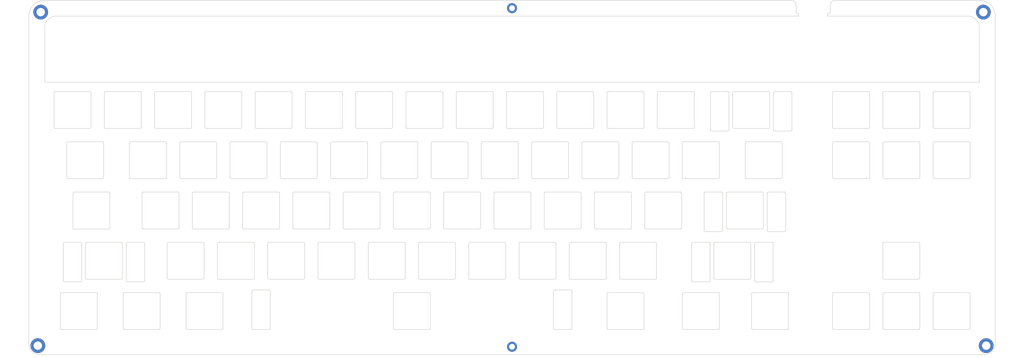
<source format=kicad_pcb>
(kicad_pcb (version 20241229) (generator "pcbnew") (generator_version "9.0")
  (layers (0 "F.Cu" signal) (2 "B.Cu" signal) (13 "F.Paste" user) (15 "B.Paste" user) (5 "F.SilkS" user "F.Silkscreen") (7 "B.SilkS" user "B.Silkscreen") (1 "F.Mask" user) (3 "B.Mask" user) (25 "Edge.Cuts" user))
  (net 0 "")
  (footprint "MountingHole:MountingHole_3.2mm_M3_DIN965_Pad" (layer "F.Cu") (at 389.019581 170.986)
    (property "Reference" "REF**" (hide yes))
    (property "Value" "MountingHole_3.2mm_M3_DIN965_Pad")
    (pad "1" thru_hole circle (at 0 0) (size 5.6 5.6) (drill 3.2) (layers "*.Cu" "*.Mask"))
  )
  (footprint "MountingHole:MountingHole_2.2mm_M2_DIN965_Pad" (layer "F.Cu") (at 209.31679 43.092454)
    (property "Reference" "REF**" (hide yes))
    (property "Value" "MountingHole_2.2mm_M2_DIN965_Pad")
    (pad "1" thru_hole circle (at 0 0) (size 3.8 3.8) (drill 2.2) (layers "*.Cu" "*.Mask"))
  )
  (footprint "MountingHole:MountingHole_3.2mm_M3_DIN965_Pad" (layer "F.Cu") (at 29.614 170.986)
    (property "Reference" "REF**" (hide yes))
    (property "Value" "MountingHole_3.2mm_M3_DIN965_Pad")
    (pad "1" thru_hole circle (at 0 0) (size 5.6 5.6) (drill 3.2) (layers "*.Cu" "*.Mask"))
  )
  (footprint "MountingHole:MountingHole_3.2mm_M3_DIN965_Pad" (layer "F.Cu") (at 387.933581 44.592454)
    (property "Reference" "REF**" (hide yes))
    (property "Value" "MountingHole_3.2mm_M3_DIN965_Pad")
    (pad "1" thru_hole circle (at 0 0) (size 5.6 5.6) (drill 3.2) (layers "*.Cu" "*.Mask"))
  )
  (footprint "MountingHole:MountingHole_3.2mm_M3_DIN965_Pad" (layer "F.Cu") (at 30.7 44.592454)
    (property "Reference" "REF**" (hide yes))
    (property "Value" "MountingHole_3.2mm_M3_DIN965_Pad")
    (pad "1" thru_hole circle (at 0 0) (size 5.6 5.6) (drill 3.2) (layers "*.Cu" "*.Mask"))
  )
  (footprint "MountingHole:MountingHole_2.2mm_M2_DIN965_Pad" (layer "F.Cu") (at 209.31679 171.4)
    (property "Reference" "REF**" (hide yes))
    (property "Value" "MountingHole_2.2mm_M2_DIN965_Pad")
    (pad "1" thru_hole circle (at 0 0) (size 3.8 3.8) (drill 2.2) (layers "*.Cu" "*.Mask"))
  )
  (gr_arc (start 85.779832 151.364795) (mid 85.928795 151.015779) (end 86.279882 150.871766) (stroke (width 0.2)) (layer "Edge.Cuts"))
  (gr_line (start 92.136082 145.821766) (end 79.136082 145.821766) (stroke (width 0.2)) (layer "Edge.Cuts"))
  (gr_line (start 197.698582 107.221766) (end 197.698582 94.221766) (stroke (width 0.2)) (layer "Edge.Cuts"))
  (gr_arc (start 154.836082 132.321766) (mid 154.982529 131.968213) (end 155.336082 131.821766) (stroke (width 0.2)) (layer "Edge.Cuts"))
  (gr_arc (start 202.961082 126.771766) (mid 202.607529 126.625319) (end 202.461082 126.271766) (stroke (width 0.2)) (layer "Edge.Cuts"))
  (gr_line (start 112.473582 74.671766) (end 125.473582 74.671766) (stroke (width 0.2)) (layer "Edge.Cuts"))
  (gr_line (start 75.967332 151.371766) (end 75.967332 164.378666) (stroke (width 0.2)) (layer "Edge.Cuts"))
  (gr_line (start 283.866682 146.821766) (end 277.866832 146.821766) (stroke (width 0.2)) (layer "Edge.Cuts"))
  (gr_line (start 312.505282 127.771766) (end 306.505332 127.771766) (stroke (width 0.2)) (layer "Edge.Cuts"))
  (gr_arc (start 193.436082 145.821766) (mid 193.082529 145.675319) (end 192.936082 145.321766) (stroke (width 0.2)) (layer "Edge.Cuts"))
  (gr_line (start 287.898582 151.371766) (end 287.898582 164.371766) (stroke (width 0.2)) (layer "Edge.Cuts"))
  (gr_arc (start 235.511082 126.271766) (mid 235.364635 126.625319) (end 235.011082 126.771766) (stroke (width 0.2)) (layer "Edge.Cuts"))
  (gr_line (start 38.654833 164.871766) (end 51.654782 164.871766) (stroke (width 0.2)) (layer "Edge.Cuts"))
  (gr_arc (start 226.273582 75.171766) (mid 226.420029 74.818213) (end 226.773582 74.671766) (stroke (width 0.2)) (layer "Edge.Cuts"))
  (gr_line (start 311.711082 94.221766) (end 311.711082 107.221766) (stroke (width 0.2)) (layer "Edge.Cuts"))
  (gr_arc (start 221.511082 113.271766) (mid 221.657529 112.918213) (end 222.011082 112.771766) (stroke (width 0.2)) (layer "Edge.Cuts"))
  (gr_arc (start 116.736082 132.321766) (mid 116.882529 131.968213) (end 117.236082 131.821766) (stroke (width 0.2)) (layer "Edge.Cuts"))
  (gr_line (start 278.373582 75.171766) (end 278.373582 88.171766) (stroke (width 0.2)) (layer "Edge.Cuts"))
  (gr_arc (start 363.350932 74.671766) (mid 363.704518 74.818195) (end 363.850932 75.171766) (stroke (width 0.2)) (layer "Edge.Cuts"))
  (gr_arc (start 168.836082 145.321766) (mid 168.689635 145.675319) (end 168.336082 145.821766) (stroke (width 0.2)) (layer "Edge.Cuts"))
  (gr_arc (start 274.398582 164.871766) (mid 274.045029 164.725319) (end 273.898582 164.371766) (stroke (width 0.2)) (layer "Edge.Cuts"))
  (gr_line (start 140.548582 107.221766) (end 140.548582 94.221766) (stroke (width 0.2)) (layer "Edge.Cuts"))
  (gr_arc (start 291.067332 126.771766) (mid 290.713746 126.625337) (end 290.567332 126.271766) (stroke (width 0.2)) (layer "Edge.Cuts"))
  (gr_line (start 193.436082 131.821766) (end 206.436082 131.821766) (stroke (width 0.2)) (layer "Edge.Cuts"))
  (gr_line (start 144.523582 88.671766) (end 131.523582 88.671766) (stroke (width 0.2)) (layer "Edge.Cuts"))
  (gr_arc (start 88.661082 126.771766) (mid 88.307529 126.625319) (end 88.161082 126.271766) (stroke (width 0.2)) (layer "Edge.Cuts"))
  (gr_arc (start 363.350932 131.821766) (mid 363.704518 131.968195) (end 363.850932 132.321766) (stroke (width 0.2)) (layer "Edge.Cuts"))
  (gr_line (start 87.873582 75.171766) (end 87.873582 88.171766) (stroke (width 0.2)) (layer "Edge.Cuts"))
  (gr_arc (start 211.698582 107.221766) (mid 211.552135 107.575319) (end 211.198582 107.721766) (stroke (width 0.2)) (layer "Edge.Cuts"))
  (gr_arc (start 240.561082 113.271766) (mid 240.707529 112.918213) (end 241.061082 112.771766) (stroke (width 0.2)) (layer "Edge.Cuts"))
  (gr_arc (start 112.473582 88.671766) (mid 112.120029 88.525319) (end 111.973582 88.171766) (stroke (width 0.2)) (layer "Edge.Cuts"))
  (gr_line (start 88.161082 126.271766) (end 88.161082 113.271766) (stroke (width 0.2)) (layer "Edge.Cuts"))
  (gr_line (start 64.848582 93.721766) (end 77.848582 93.721766) (stroke (width 0.2)) (layer "Edge.Cuts"))
  (gr_arc (start 331.300932 164.871766) (mid 330.947346 164.725337) (end 330.800932 164.371766) (stroke (width 0.2)) (layer "Edge.Cuts"))
  (gr_line (start 99.779832 151.371766) (end 99.779832 164.378666) (stroke (width 0.2)) (layer "Edge.Cuts"))
  (gr_arc (start 350.350932 145.821766) (mid 349.997346 145.675337) (end 349.850932 145.321766) (stroke (width 0.2)) (layer "Edge.Cuts"))
  (gr_line (start 317.962332 46.092454) (end 36.506997 46.092454) (stroke (width 0.2)) (layer "Edge.Cuts"))
  (gr_line (start 289.129332 113.271766) (end 289.129332 127.278666) (stroke (width 0.2)) (layer "Edge.Cuts"))
  (gr_arc (start 211.198582 93.721766) (mid 211.552135 93.868213) (end 211.698582 94.221766) (stroke (width 0.2)) (layer "Edge.Cuts"))
  (gr_line (start 363.850932 94.221766) (end 363.850932 107.228666) (stroke (width 0.2)) (layer "Edge.Cuts"))
  (gr_arc (start 107.711082 126.771766) (mid 107.357529 126.625319) (end 107.211082 126.271766) (stroke (width 0.2)) (layer "Edge.Cuts"))
  (gr_line (start 225.486082 131.821766) (end 212.486082 131.821766) (stroke (width 0.2)) (layer "Edge.Cuts"))
  (gr_line (start 382.400782 88.671766) (end 369.400932 88.671766) (stroke (width 0.2)) (layer "Edge.Cuts"))
  (gr_line (start 192.936082 145.321766) (end 192.936082 132.321766) (stroke (width 0.2)) (layer "Edge.Cuts"))
  (gr_line (start 145.023582 75.171766) (end 145.023582 88.171766) (stroke (width 0.2)) (layer "Edge.Cuts"))
  (gr_line (start 299.304832 131.821766) (end 286.304982 131.821766) (stroke (width 0.2)) (layer "Edge.Cuts"))
  (gr_arc (start 330.800932 94.214795) (mid 330.949895 93.865779) (end 331.300982 93.721766) (stroke (width 0.2)) (layer "Edge.Cuts"))
  (gr_line (start 73.873582 88.171766) (end 73.873582 75.171766) (stroke (width 0.2)) (layer "Edge.Cuts"))
  (gr_line (start 111.686082 132.321766) (end 111.686082 145.321766) (stroke (width 0.2)) (layer "Edge.Cuts"))
  (gr_line (start 69.111082 126.271766) (end 69.111082 113.271766) (stroke (width 0.2)) (layer "Edge.Cuts"))
  (gr_arc (start 102.948582 107.721766) (mid 102.595029 107.575319) (end 102.448582 107.221766) (stroke (width 0.2)) (layer "Edge.Cuts"))
  (gr_line (start 106.923582 88.171766) (end 106.923582 75.171766) (stroke (width 0.2)) (layer "Edge.Cuts"))
  (gr_arc (start 311.211082 93.721766) (mid 311.564635 93.868213) (end 311.711082 94.221766) (stroke (width 0.2)) (layer "Edge.Cuts"))
  (gr_arc (start 140.548582 94.221766) (mid 140.695029 93.868213) (end 141.048582 93.721766) (stroke (width 0.2)) (layer "Edge.Cuts"))
  (gr_arc (start 250.086082 132.321766) (mid 250.232529 131.968213) (end 250.586082 131.821766) (stroke (width 0.2)) (layer "Edge.Cuts"))
  (gr_line (start 178.648582 107.221766) (end 178.648582 94.221766) (stroke (width 0.2)) (layer "Edge.Cuts"))
  (gr_arc (start 254.848582 94.221766) (mid 254.995029 93.868213) (end 255.348582 93.721766) (stroke (width 0.2)) (layer "Edge.Cuts"))
  (gr_arc (start 245.323582 151.371766) (mid 245.470029 151.018213) (end 245.823582 150.871766) (stroke (width 0.2)) (layer "Edge.Cuts"))
  (gr_line (start 304.567332 113.271766) (end 304.567332 126.278666) (stroke (width 0.2)) (layer "Edge.Cuts"))
  (gr_line (start 277.366832 146.321766) (end 277.366832 132.314795) (stroke (width 0.2)) (layer "Edge.Cuts"))
  (gr_line (start 300.092332 164.371766) (end 300.092332 151.364795) (stroke (width 0.2)) (layer "Edge.Cuts"))
  (gr_line (start 102.948582 93.721766) (end 115.948582 93.721766) (stroke (width 0.2)) (layer "Edge.Cuts"))
  (gr_line (start 211.198582 107.721766) (end 198.198582 107.721766) (stroke (width 0.2)) (layer "Edge.Cuts"))
  (gr_line (start 198.198582 93.721766) (end 211.198582 93.721766) (stroke (width 0.2)) (layer "Edge.Cuts"))
  (gr_line (start 254.561082 113.271766) (end 254.561082 126.271766) (stroke (width 0.2)) (layer "Edge.Cuts"))
  (gr_line (start 306.948582 88.171766) (end 306.948582 75.171766) (stroke (width 0.2)) (layer "Edge.Cuts"))
  (gr_arc (start 56.417332 112.771766) (mid 56.770918 112.918195) (end 56.917332 113.271766) (stroke (width 0.2)) (layer "Edge.Cuts"))
  (gr_arc (start 382.400932 74.671766) (mid 382.754518 74.818195) (end 382.900932 75.171766) (stroke (width 0.2)) (layer "Edge.Cuts"))
  (gr_line (start 291.010582 89.671766) (end 285.010582 89.671766) (stroke (width 0.2)) (layer "Edge.Cuts"))
  (gr_arc (start 130.236082 131.821766) (mid 130.589635 131.968213) (end 130.736082 132.321766) (stroke (width 0.2)) (layer "Edge.Cuts"))
  (gr_line (start 277.866882 131.821766) (end 283.866832 131.821766) (stroke (width 0.2)) (layer "Edge.Cuts"))
  (gr_line (start 56.417282 126.771766) (end 43.417332 126.771766) (stroke (width 0.2)) (layer "Edge.Cuts"))
  (gr_line (start 313.592182 164.871766) (end 300.592332 164.871766) (stroke (width 0.2)) (layer "Edge.Cuts"))
  (gr_line (start 382.900932 75.171766) (end 382.900932 88.178666) (stroke (width 0.2)) (layer "Edge.Cuts"))
  (gr_line (start 245.823582 74.671766) (end 258.823582 74.671766) (stroke (width 0.2)) (layer "Edge.Cuts"))
  (gr_line (start 250.086082 145.321766) (end 250.086082 132.321766) (stroke (width 0.2)) (layer "Edge.Cuts"))
  (gr_line (start 115.948582 107.721766) (end 102.948582 107.721766) (stroke (width 0.2)) (layer "Edge.Cuts"))
  (gr_arc (start 291.510582 89.171766) (mid 291.364135 89.525319) (end 291.010582 89.671766) (stroke (width 0.2)) (layer "Edge.Cuts"))
  (gr_arc (start 61.679832 145.328666) (mid 61.530893 145.677727) (end 61.179782 145.821766) (stroke (width 0.2)) (layer "Edge.Cuts"))
  (gr_arc (start 369.400932 164.871766) (mid 369.047346 164.725337) (end 368.900932 164.371766) (stroke (width 0.2)) (layer "Edge.Cuts"))
  (gr_line (start 160.098582 93.721766) (end 173.098582 93.721766) (stroke (width 0.2)) (layer "Edge.Cuts"))
  (gr_line (start 141.048582 93.721766) (end 154.048582 93.721766) (stroke (width 0.2)) (layer "Edge.Cuts"))
  (gr_line (start 68.823582 75.171766) (end 68.823582 88.171766) (stroke (width 0.2)) (layer "Edge.Cuts"))
  (gr_line (start 48.179832 131.821766) (end 61.179832 131.821766) (stroke (width 0.2)) (layer "Edge.Cuts"))
  (gr_line (start 225.511082 149.871766) (end 231.511082 149.871766) (stroke (width 0.2)) (layer "Edge.Cuts"))
  (gr_line (start 46.241832 132.321766) (end 46.241832 146.321766) (stroke (width 0.2)) (layer "Edge.Cuts"))
  (gr_line (start 277.873582 88.671766) (end 264.873582 88.671766) (stroke (width 0.2)) (layer "Edge.Cuts"))
  (gr_line (start 197.411082 113.271766) (end 197.411082 126.271766) (stroke (width 0.2)) (layer "Edge.Cuts"))
  (gr_arc (start 382.400932 93.721766) (mid 382.754518 93.868195) (end 382.900932 94.221766) (stroke (width 0.2)) (layer "Edge.Cuts"))
  (gr_line (start 78.348582 94.221766) (end 78.348582 107.221766) (stroke (width 0.2)) (layer "Edge.Cuts"))
  (gr_line (start 245.323582 151.371766) (end 245.323582 164.371766) (stroke (width 0.2)) (layer "Edge.Cuts"))
  (gr_line (start 206.436082 145.821766) (end 193.436082 145.821766) (stroke (width 0.2)) (layer "Edge.Cuts"))
  (gr_arc (start 135.498582 107.221766) (mid 135.352135 107.575319) (end 134.998582 107.721766) (stroke (width 0.2)) (layer "Edge.Cuts"))
  (gr_line (start 273.898582 107.221766) (end 273.898582 94.221766) (stroke (width 0.2)) (layer "Edge.Cuts"))
  (gr_line (start 164.073582 88.171766) (end 164.073582 75.171766) (stroke (width 0.2)) (layer "Edge.Cuts"))
  (gr_line (start 179.148582 93.721766) (end 192.148582 93.721766) (stroke (width 0.2)) (layer "Edge.Cuts"))
  (gr_line (start 183.911082 112.771766) (end 196.911082 112.771766) (stroke (width 0.2)) (layer "Edge.Cuts"))
  (gr_line (start 135.498582 107.221766) (end 135.498582 94.221766) (stroke (width 0.2)) (layer "Edge.Cuts"))
  (gr_arc (start 38.154832 151.371768) (mid 38.301279 151.018213) (end 38.654833 150.871766) (stroke (width 0.2)) (layer "Edge.Cuts"))
  (gr_arc (start 87.873582 88.171766) (mid 87.727135 88.525319) (end 87.373582 88.671766) (stroke (width 0.2)) (layer "Edge.Cuts"))
  (gr_arc (start 286.304832 145.821766) (mid 285.951246 145.675337) (end 285.804832 145.321766) (stroke (width 0.2)) (layer "Edge.Cuts"))
  (gr_arc (start 273.611082 126.271766) (mid 273.464635 126.625319) (end 273.111082 126.771766) (stroke (width 0.2)) (layer "Edge.Cuts"))
  (gr_arc (start 164.361082 151.371766) (mid 164.507529 151.018213) (end 164.861082 150.871766) (stroke (width 0.2)) (layer "Edge.Cuts"))
  (gr_arc (start 314.092332 164.378666) (mid 313.943358 164.727762) (end 313.592182 164.871766) (stroke (width 0.2)) (layer "Edge.Cuts"))
  (gr_line (start 164.861082 150.871766) (end 177.861082 150.871766) (stroke (width 0.2)) (layer "Edge.Cuts"))
  (gr_arc (start 62.467332 164.871766) (mid 62.113746 164.725337) (end 61.967332 164.371766) (stroke (width 0.2)) (layer "Edge.Cuts"))
  (gr_line (start 274.398582 150.871766) (end 287.398582 150.871766) (stroke (width 0.2)) (layer "Edge.Cuts"))
  (gr_arc (start 155.336082 145.821766) (mid 154.982529 145.675319) (end 154.836082 145.321766) (stroke (width 0.2)) (layer "Edge.Cuts"))
  (gr_arc (start 182.623582 74.671766) (mid 182.977135 74.818213) (end 183.123582 75.171766) (stroke (width 0.2)) (layer "Edge.Cuts"))
  (gr_line (start 183.411082 126.271766) (end 183.411082 113.271766) (stroke (width 0.2)) (layer "Edge.Cuts"))
  (gr_line (start 177.861082 164.871766) (end 164.861082 164.871766) (stroke (width 0.2)) (layer "Edge.Cuts"))
  (gr_arc (start 126.261082 113.271766) (mid 126.407529 112.918213) (end 126.761082 112.771766) (stroke (width 0.2)) (layer "Edge.Cuts"))
  (gr_line (start 102.161082 113.271766) (end 102.161082 126.271766) (stroke (width 0.2)) (layer "Edge.Cuts"))
  (gr_arc (start 363.350932 150.871766) (mid 363.704518 151.018195) (end 363.850932 151.371766) (stroke (width 0.2)) (layer "Edge.Cuts"))
  (gr_line (start 249.298582 107.721766) (end 236.298582 107.721766) (stroke (width 0.2)) (layer "Edge.Cuts"))
  (gr_arc (start 55.323582 88.671766) (mid 54.970029 88.525319) (end 54.823582 88.171766) (stroke (width 0.2)) (layer "Edge.Cuts"))
  (gr_line (start 368.900932 107.221766) (end 368.900932 94.214795) (stroke (width 0.2)) (layer "Edge.Cuts"))
  (gr_arc (start 87.373582 74.671766) (mid 87.727135 74.818213) (end 87.873582 75.171766) (stroke (width 0.2)) (layer "Edge.Cuts"))
  (gr_arc (start 54.036082 93.721766) (mid 54.389635 93.868213) (end 54.536082 94.221766) (stroke (width 0.2)) (layer "Edge.Cuts"))
  (gr_line (start 292.948582 75.171766) (end 292.948582 88.171766) (stroke (width 0.2)) (layer "Edge.Cuts"))
  (gr_arc (start 293.448582 88.671766) (mid 293.095029 88.525319) (end 292.948582 88.171766) (stroke (width 0.2)) (layer "Edge.Cuts"))
  (gr_arc (start 110.711082 150.371766) (mid 110.857529 150.018213) (end 111.211082 149.871766) (stroke (width 0.2)) (layer "Edge.Cuts"))
  (gr_line (start 117.211082 164.871766) (end 111.211082 164.871766) (stroke (width 0.2)) (layer "Edge.Cuts"))
  (gr_line (start 331.300982 74.671766) (end 344.300932 74.671766) (stroke (width 0.2)) (layer "Edge.Cuts"))
  (gr_line (start 83.111082 113.271766) (end 83.111082 126.271766) (stroke (width 0.2)) (layer "Edge.Cuts"))
  (gr_arc (start 145.311082 113.271766) (mid 145.457529 112.918213) (end 145.811082 112.771766) (stroke (width 0.2)) (layer "Edge.Cuts"))
  (gr_arc (start 68.323582 74.671766) (mid 68.677135 74.818213) (end 68.823582 75.171766) (stroke (width 0.2)) (layer "Edge.Cuts"))
  (gr_arc (start 259.611082 113.271766) (mid 259.757529 112.918213) (end 260.111082 112.771766) (stroke (width 0.2)) (layer "Edge.Cuts"))
  (gr_arc (start 273.111082 112.771766) (mid 273.464635 112.918213) (end 273.611082 113.271766) (stroke (width 0.2)) (layer "Edge.Cuts"))
  (gr_arc (start 274.398582 107.721766) (mid 274.045029 107.575319) (end 273.898582 107.221766) (stroke (width 0.2)) (layer "Edge.Cuts"))
  (gr_arc (start 83.898582 107.721766) (mid 83.545029 107.575319) (end 83.398582 107.221766) (stroke (width 0.2)) (layer "Edge.Cuts"))
  (gr_arc (start 225.986082 145.321766) (mid 225.839635 145.675319) (end 225.486082 145.821766) (stroke (width 0.2)) (layer "Edge.Cuts"))
  (gr_arc (start 106.423582 74.671766) (mid 106.777135 74.818213) (end 106.923582 75.171766) (stroke (width 0.2)) (layer "Edge.Cuts"))
  (gr_line (start 306.448582 74.671766) (end 293.448582 74.671766) (stroke (width 0.2)) (layer "Edge.Cuts"))
  (gr_arc (start 291.010582 74.671766) (mid 291.364135 74.818213) (end 291.510582 75.171766) (stroke (width 0.2)) (layer "Edge.Cuts"))
  (gr_arc (start 231.536082 145.821766) (mid 231.182529 145.675319) (end 231.036082 145.321766) (stroke (width 0.2)) (layer "Edge.Cuts"))
  (gr_arc (start 68.823582 88.171766) (mid 68.677135 88.525319) (end 68.323582 88.671766) (stroke (width 0.2)) (layer "Edge.Cuts"))
  (gr_arc (start 63.617832 146.821766) (mid 63.264246 146.675337) (end 63.117832 146.321766) (stroke (width 0.2)) (layer "Edge.Cuts"))
  (gr_line (start 54.823582 88.171766) (end 54.823582 75.171766) (stroke (width 0.2)) (layer "Edge.Cuts"))
  (gr_arc (start 264.873582 88.671766) (mid 264.520029 88.525319) (end 264.373582 88.171766) (stroke (width 0.2)) (layer "Edge.Cuts"))
  (gr_arc (start 102.448582 94.221766) (mid 102.595029 93.868213) (end 102.948582 93.721766) (stroke (width 0.2)) (layer "Edge.Cuts"))
  (gr_arc (start 313.592332 150.871766) (mid 313.945918 151.018195) (end 314.092332 151.371766) (stroke (width 0.2)) (layer "Edge.Cuts"))
  (gr_arc (start 282.629332 127.771766) (mid 282.275746 127.625337) (end 282.129332 127.271766) (stroke (width 0.2)) (layer "Edge.Cuts"))
  (gr_arc (start 49.273582 74.671766) (mid 49.627135 74.818213) (end 49.773582 75.171766) (stroke (width 0.2)) (layer "Edge.Cuts"))
  (gr_line (start 136.286082 145.821766) (end 149.286082 145.821766) (stroke (width 0.2)) (layer "Edge.Cuts"))
  (gr_arc (start 41.036083 107.721766) (mid 40.682529 107.575319) (end 40.536082 107.221765) (stroke (width 0.2)) (layer "Edge.Cuts"))
  (gr_arc (start 144.523582 74.671766) (mid 144.877135 74.818213) (end 145.023582 75.171766) (stroke (width 0.2)) (layer "Edge.Cuts"))
  (gr_arc (start 306.948582 88.171766) (mid 306.802135 88.525319) (end 306.448582 88.671766) (stroke (width 0.2)) (layer "Edge.Cuts"))
  (gr_arc (start 308.886582 89.671766) (mid 308.533029 89.525319) (end 308.386582 89.171766) (stroke (width 0.2)) (layer "Edge.Cuts"))
  (gr_line (start 363.850932 132.321766) (end 363.850932 145.328666) (stroke (width 0.2)) (layer "Edge.Cuts"))
  (gr_line (start 306.505382 112.771766) (end 312.505332 112.771766) (stroke (width 0.2)) (layer "Edge.Cuts"))
  (gr_arc (start 220.723582 74.671766) (mid 221.077135 74.818213) (end 221.223582 75.171766) (stroke (width 0.2)) (layer "Edge.Cuts"))
  (gr_line (start 61.179782 145.821766) (end 48.179832 145.821766) (stroke (width 0.2)) (layer "Edge.Cuts"))
  (gr_arc (start 131.523582 88.671766) (mid 131.170029 88.525319) (end 131.023582 88.171766) (stroke (width 0.2)) (layer "Edge.Cuts"))
  (gr_arc (start 136.286082 145.821766) (mid 135.932529 145.675319) (end 135.786082 145.321766) (stroke (width 0.2)) (layer "Edge.Cuts"))
  (gr_line (start 63.617982 131.821766) (end 69.617832 131.821766) (stroke (width 0.2)) (layer "Edge.Cuts"))
  (gr_arc (start 183.123582 88.171766) (mid 182.977135 88.525319) (end 182.623582 88.671766) (stroke (width 0.2)) (layer "Edge.Cuts"))
  (gr_arc (start 226.773582 88.671766) (mid 226.420029 88.525319) (end 226.273582 88.171766) (stroke (width 0.2)) (layer "Edge.Cuts"))
  (gr_line (start 368.900932 164.371766) (end 368.900932 151.364795) (stroke (width 0.2)) (layer "Edge.Cuts"))
  (gr_line (start 350.351082 74.671766) (end 363.350932 74.671766) (stroke (width 0.2)) (layer "Edge.Cuts"))
  (gr_arc (start 96.898582 93.721766) (mid 97.252135 93.868213) (end 97.398582 94.221766) (stroke (width 0.2)) (layer "Edge.Cuts"))
  (gr_arc (start 312.505332 112.771766) (mid 312.858918 112.918195) (end 313.005332 113.271766) (stroke (width 0.2)) (layer "Edge.Cuts"))
  (gr_line (start 164.361082 164.371766) (end 164.361082 151.371766) (stroke (width 0.2)) (layer "Edge.Cuts"))
  (gr_arc (start 48.179832 145.821766) (mid 47.826279 145.675319) (end 47.679832 145.321766) (stroke (width 0.2)) (layer "Edge.Cuts"))
  (gr_line (start 49.273582 88.671766) (end 36.273583 88.671766) (stroke (width 0.2)) (layer "Edge.Cuts"))
  (gr_arc (start 304.567332 126.278666) (mid 304.418358 126.627762) (end 304.067182 126.771766) (stroke (width 0.2)) (layer "Edge.Cuts"))
  (gr_arc (start 77.848582 93.721766) (mid 78.202135 93.868213) (end 78.348582 94.221766) (stroke (width 0.2)) (layer "Edge.Cuts"))
  (gr_line (start 230.748582 94.221766) (end 230.748582 107.221766) (stroke (width 0.2)) (layer "Edge.Cuts"))
  (gr_arc (start 139.761082 112.771766) (mid 140.114635 112.918213) (end 140.261082 113.271766) (stroke (width 0.2)) (layer "Edge.Cuts"))
  (gr_arc (start 382.900932 107.228666) (mid 382.751958 107.577762) (end 382.400782 107.721766) (stroke (width 0.2)) (layer "Edge.Cuts"))
  (gr_line (start 311.211082 107.721766) (end 298.211082 107.721766) (stroke (width 0.2)) (layer "Edge.Cuts"))
  (gr_line (start 149.786082 145.321766) (end 149.786082 132.321766) (stroke (width 0.2)) (layer "Edge.Cuts"))
  (gr_arc (start 42.917332 113.271766) (mid 43.063779 112.918213) (end 43.417332 112.771766) (stroke (width 0.2)) (layer "Edge.Cuts"))
  (gr_arc (start 101.661082 112.771766) (mid 102.014635 112.918213) (end 102.161082 113.271766) (stroke (width 0.2)) (layer "Edge.Cuts"))
  (gr_arc (start 93.423582 88.671766) (mid 93.070029 88.525319) (end 92.923582 88.171766) (stroke (width 0.2)) (layer "Edge.Cuts"))
  (gr_arc (start 45.741832 131.821766) (mid 46.095385 131.968213) (end 46.241832 132.321766) (stroke (width 0.2)) (layer "Edge.Cuts"))
  (gr_line (start 26.2 170.4) (end 26.2 46.092453) (stroke (width 0.2)) (layer "Edge.Cuts"))
  (gr_arc (start 363.850932 107.228666) (mid 363.701958 107.577762) (end 363.350782 107.721766) (stroke (width 0.2)) (layer "Edge.Cuts"))
  (gr_line (start 282.629482 112.771766) (end 288.629332 112.771766) (stroke (width 0.2)) (layer "Edge.Cuts"))
  (gr_line (start 308.886582 89.671766) (end 314.886582 89.671766) (stroke (width 0.2)) (layer "Edge.Cuts"))
  (gr_line (start 290.567332 126.271766) (end 290.567332 113.264795) (stroke (width 0.2)) (layer "Edge.Cuts"))
  (gr_line (start 301.242832 146.321766) (end 301.242832 132.314795) (stroke (width 0.2)) (layer "Edge.Cuts"))
  (gr_arc (start 173.098582 93.721766) (mid 173.452135 93.868213) (end 173.598582 94.221766) (stroke (width 0.2)) (layer "Edge.Cuts"))
  (gr_line (start 188.173582 88.171766) (end 188.173582 75.171766) (stroke (width 0.2)) (layer "Edge.Cuts"))
  (gr_arc (start 317.662332 45.092454) (mid 317.874505 45.180308) (end 317.962332 45.392466) (stroke (width 0.2)) (layer "Edge.Cuts"))
  (gr_arc (start 382.112104 46.092454) (mid 385.160586 47.342503) (end 386.433581 50.381474) (stroke (width 0.2)) (layer "Edge.Cuts"))
  (gr_line (start 268.348582 107.721766) (end 255.348582 107.721766) (stroke (width 0.2)) (layer "Edge.Cuts"))
  (gr_arc (start 283.866832 131.821766) (mid 284.220418 131.968195) (end 284.366832 132.321766) (stroke (width 0.2)) (layer "Edge.Cuts"))
  (gr_line (start 259.611082 126.271766) (end 259.611082 113.271766) (stroke (width 0.2)) (layer "Edge.Cuts"))
  (gr_line (start 126.261082 126.271766) (end 126.261082 113.271766) (stroke (width 0.2)) (layer "Edge.Cuts"))
  (gr_arc (start 285.804832 132.328937) (mid 285.948832 131.970745) (end 286.304982 131.821766) (stroke (width 0.2)) (layer "Edge.Cuts"))
  (gr_arc (start 344.300932 150.871766) (mid 344.654518 151.018195) (end 344.800932 151.371766) (stroke (width 0.2)) (layer "Edge.Cuts"))
  (gr_arc (start 164.361082 113.271766) (mid 164.507529 112.918213) (end 164.861082 112.771766) (stroke (width 0.2)) (layer "Edge.Cuts"))
  (gr_arc (start 232.011082 164.371766) (mid 231.864635 164.725319) (end 231.511082 164.871766) (stroke (width 0.2)) (layer "Edge.Cuts"))
  (gr_line (start 344.300882 164.871766) (end 331.300932 164.871766) (stroke (width 0.2)) (layer "Edge.Cuts"))
  (gr_arc (start 287.898582 164.371766) (mid 287.752135 164.725319) (end 287.398582 164.871766) (stroke (width 0.2)) (layer "Edge.Cuts"))
  (gr_line (start 182.623582 88.671766) (end 169.623582 88.671766) (stroke (width 0.2)) (layer "Edge.Cuts"))
  (gr_arc (start 290.567332 113.264795) (mid 290.716295 112.915779) (end 291.067382 112.771766) (stroke (width 0.2)) (layer "Edge.Cuts"))
  (gr_arc (start 69.111082 113.271766) (mid 69.257529 112.918213) (end 69.611082 112.771766) (stroke (width 0.2)) (layer "Edge.Cuts"))
  (gr_line (start 225.986082 145.321766) (end 225.986082 132.321766) (stroke (width 0.2)) (layer "Edge.Cuts"))
  (gr_line (start 111.211082 149.871766) (end 117.211082 149.871766) (stroke (width 0.2)) (layer "Edge.Cuts"))
  (gr_arc (start 225.011082 150.371766) (mid 225.157529 150.018213) (end 225.511082 149.871766) (stroke (width 0.2)) (layer "Edge.Cuts"))
  (gr_line (start 78.636082 145.321766) (end 78.636082 132.321766) (stroke (width 0.2)) (layer "Edge.Cuts"))
  (gr_line (start 154.836082 145.321766) (end 154.836082 132.321766) (stroke (width 0.2)) (layer "Edge.Cuts"))
  (gr_arc (start 282.129332 113.264795) (mid 282.278331 112.915744) (end 282.629482 112.771766) (stroke (width 0.2)) (layer "Edge.Cuts"))
  (gr_line (start 363.850932 151.371766) (end 363.850932 164.378666) (stroke (width 0.2)) (layer "Edge.Cuts"))
  (gr_arc (start 330.800932 151.364795) (mid 330.949931 151.015744) (end 331.301082 150.871766) (stroke (width 0.2)) (layer "Edge.Cuts"))
  (gr_line (start 130.736082 132.321766) (end 130.736082 145.321766) (stroke (width 0.2)) (layer "Edge.Cuts"))
  (gr_arc (start 314.962332 40.092454) (mid 316.376586 40.678226) (end 316.962332 42.092466) (stroke (width 0.2)) (layer "Edge.Cuts"))
  (gr_line (start 168.336082 145.821766) (end 155.336082 145.821766) (stroke (width 0.2)) (layer "Edge.Cuts"))
  (gr_line (start 43.417332 112.771766) (end 56.417332 112.771766) (stroke (width 0.2)) (layer "Edge.Cuts"))
  (gr_arc (start 363.850932 164.378666) (mid 363.701993 164.727727) (end 363.350882 164.871766) (stroke (width 0.2)) (layer "Edge.Cuts"))
  (gr_arc (start 369.400932 88.671766) (mid 369.047346 88.525337) (end 368.900932 88.171766) (stroke (width 0.2)) (layer "Edge.Cuts"))
  (gr_arc (start 121.998582 107.721766) (mid 121.645029 107.575319) (end 121.498582 107.221766) (stroke (width 0.2)) (layer "Edge.Cuts"))
  (gr_line (start 382.400882 164.871766) (end 369.400932 164.871766) (stroke (width 0.2)) (layer "Edge.Cuts"))
  (gr_line (start 235.511082 113.271766) (end 235.511082 126.271766) (stroke (width 0.2)) (layer "Edge.Cuts"))
  (gr_line (start 349.850932 145.321766) (end 349.850932 132.314795) (stroke (width 0.2)) (layer "Edge.Cuts"))
  (gr_line (start 126.761082 112.771766) (end 139.761082 112.771766) (stroke (width 0.2)) (layer "Edge.Cuts"))
  (gr_arc (start 300.592332 164.871766) (mid 300.238746 164.725337) (end 300.092332 164.371766) (stroke (width 0.2)) (layer "Edge.Cuts"))
  (gr_arc (start 115.948582 93.721766) (mid 116.302135 93.868213) (end 116.448582 94.221766) (stroke (width 0.2)) (layer "Edge.Cuts"))
  (gr_line (start 291.067382 112.771766) (end 304.067332 112.771766) (stroke (width 0.2)) (layer "Edge.Cuts"))
  (gr_line (start 96.898582 107.721766) (end 83.898582 107.721766) (stroke (width 0.2)) (layer "Edge.Cuts"))
  (gr_line (start 291.510582 75.171766) (end 291.510582 89.171766) (stroke (width 0.2)) (layer "Edge.Cuts"))
  (gr_arc (start 43.417332 126.771766) (mid 43.063779 126.625319) (end 42.917332 126.271766) (stroke (width 0.2)) (layer "Edge.Cuts"))
  (gr_arc (start 363.850932 88.178666) (mid 363.701993 88.527727) (end 363.350882 88.671766) (stroke (width 0.2)) (layer "Edge.Cuts"))
  (gr_line (start 300.592382 150.871766) (end 313.592332 150.871766) (stroke (width 0.2)) (layer "Edge.Cuts"))
  (gr_line (start 86.279882 150.871766) (end 99.279832 150.871766) (stroke (width 0.2)) (layer "Edge.Cuts"))
  (gr_line (start 388.433582 174.4) (end 30.199999 174.4) (stroke (width 0.2)) (layer "Edge.Cuts"))
  (gr_line (start 264.086082 132.321766) (end 264.086082 145.321766) (stroke (width 0.2)) (layer "Edge.Cuts"))
  (gr_line (start 117.711082 150.371766) (end 117.711082 164.371766) (stroke (width 0.2)) (layer "Edge.Cuts"))
  (gr_line (start 101.661082 126.771766) (end 88.661082 126.771766) (stroke (width 0.2)) (layer "Edge.Cuts"))
  (gr_arc (start 39.741833 146.821766) (mid 39.388279 146.675319) (end 39.241832 146.321765) (stroke (width 0.2)) (layer "Edge.Cuts"))
  (gr_line (start 36.273583 74.671766) (end 49.273582 74.671766) (stroke (width 0.2)) (layer "Edge.Cuts"))
  (gr_arc (start 202.173582 88.171766) (mid 202.027135 88.525319) (end 201.673582 88.671766) (stroke (width 0.2)) (layer "Edge.Cuts"))
  (gr_line (start 344.800932 94.221766) (end 344.800932 107.228666) (stroke (width 0.2)) (layer "Edge.Cuts"))
  (gr_arc (start 330.800932 75.164866) (mid 330.949871 74.815805) (end 331.300982 74.671766) (stroke (width 0.2)) (layer "Edge.Cuts"))
  (gr_arc (start 292.948582 75.171766) (mid 293.095029 74.818213) (end 293.448582 74.671766) (stroke (width 0.2)) (layer "Edge.Cuts"))
  (gr_line (start 316.962332 42.092466) (end 316.962332 44.592466) (stroke (width 0.2)) (layer "Edge.Cuts"))
  (gr_arc (start 254.061082 112.771766) (mid 254.414635 112.918213) (end 254.561082 113.271766) (stroke (width 0.2)) (layer "Edge.Cuts"))
  (gr_line (start 239.773582 88.671766) (end 226.773582 88.671766) (stroke (width 0.2)) (layer "Edge.Cuts"))
  (gr_line (start 38.154832 151.371768) (end 38.154832 164.371765) (stroke (width 0.2)) (layer "Edge.Cuts"))
  (gr_line (start 259.323582 164.371766) (end 259.323582 151.371766) (stroke (width 0.2)) (layer "Edge.Cuts"))
  (gr_arc (start 35.773582 75.171767) (mid 35.920029 74.818213) (end 36.273583 74.671766) (stroke (width 0.2)) (layer "Edge.Cuts"))
  (gr_arc (start 179.148582 107.721766) (mid 178.795029 107.575319) (end 178.648582 107.221766) (stroke (width 0.2)) (layer "Edge.Cuts"))
  (gr_line (start 125.973582 75.171766) (end 125.973582 88.171766) (stroke (width 0.2)) (layer "Edge.Cuts"))
  (gr_line (start 145.811082 112.771766) (end 158.811082 112.771766) (stroke (width 0.2)) (layer "Edge.Cuts"))
  (gr_line (start 301.742882 131.821766) (end 307.742832 131.821766) (stroke (width 0.2)) (layer "Edge.Cuts"))
  (gr_line (start 363.350782 107.721766) (end 350.350932 107.721766) (stroke (width 0.2)) (layer "Edge.Cuts"))
  (gr_arc (start 231.036082 132.321766) (mid 231.182529 131.968213) (end 231.536082 131.821766) (stroke (width 0.2)) (layer "Edge.Cuts"))
  (gr_arc (start 344.300932 93.721766) (mid 344.654518 93.868195) (end 344.800932 94.221766) (stroke (width 0.2)) (layer "Edge.Cuts"))
  (gr_line (start 313.005332 113.271766) (end 313.005332 127.278666) (stroke (width 0.2)) (layer "Edge.Cuts"))
  (gr_arc (start 149.786082 145.321766) (mid 149.639635 145.675319) (end 149.286082 145.821766) (stroke (width 0.2)) (layer "Edge.Cuts"))
  (gr_line (start 164.861082 112.771766) (end 177.861082 112.771766) (stroke (width 0.2)) (layer "Edge.Cuts"))
  (gr_line (start 386.433581 71.124951) (end 386.433581 50.381474) (stroke (width 0.2)) (layer "Edge.Cuts"))
  (gr_line (start 97.398582 94.221766) (end 97.398582 107.221766) (stroke (width 0.2)) (layer "Edge.Cuts"))
  (gr_line (start 216.748582 107.221766) (end 216.748582 94.221766) (stroke (width 0.2)) (layer "Edge.Cuts"))
  (gr_arc (start 178.361082 126.271766) (mid 178.214635 126.625319) (end 177.861082 126.771766) (stroke (width 0.2)) (layer "Edge.Cuts"))
  (gr_arc (start 230.748582 107.221766) (mid 230.602135 107.575319) (end 230.248582 107.721766) (stroke (width 0.2)) (layer "Edge.Cuts"))
  (gr_arc (start 301.742832 146.821766) (mid 301.389246 146.675337) (end 301.242832 146.321766) (stroke (width 0.2)) (layer "Edge.Cuts"))
  (gr_line (start 382.400782 107.721766) (end 369.400932 107.721766) (stroke (width 0.2)) (layer "Edge.Cuts"))
  (gr_arc (start 150.573582 88.671766) (mid 150.220029 88.525319) (end 150.073582 88.171766) (stroke (width 0.2)) (layer "Edge.Cuts"))
  (gr_arc (start 206.936082 145.321766) (mid 206.789635 145.675319) (end 206.436082 145.821766) (stroke (width 0.2)) (layer "Edge.Cuts"))
  (gr_arc (start 173.598582 107.221766) (mid 173.452135 107.575319) (end 173.098582 107.721766) (stroke (width 0.2)) (layer "Edge.Cuts"))
  (gr_line (start 121.498582 94.221766) (end 121.498582 107.221766) (stroke (width 0.2)) (layer "Edge.Cuts"))
  (gr_line (start 63.117832 146.321766) (end 63.117832 132.314795) (stroke (width 0.2)) (layer "Edge.Cuts"))
  (gr_line (start 369.400982 74.671766) (end 382.400932 74.671766) (stroke (width 0.2)) (layer "Edge.Cuts"))
  (gr_line (start 344.300882 107.721766) (end 331.300932 107.721766) (stroke (width 0.2)) (layer "Edge.Cuts"))
  (gr_arc (start 245.823582 164.871766) (mid 245.470029 164.725319) (end 245.323582 164.371766) (stroke (width 0.2)) (layer "Edge.Cuts"))
  (gr_arc (start 140.261082 126.271766) (mid 140.114635 126.625319) (end 139.761082 126.771766) (stroke (width 0.2)) (layer "Edge.Cuts"))
  (gr_arc (start 225.511082 164.871766) (mid 225.157529 164.725319) (end 225.011082 164.371766) (stroke (width 0.2)) (layer "Edge.Cuts"))
  (gr_line (start 83.398582 107.221766) (end 83.398582 94.221766) (stroke (width 0.2)) (layer "Edge.Cuts"))
  (gr_line (start 187.386082 145.821766) (end 174.386082 145.821766) (stroke (width 0.2)) (layer "Edge.Cuts"))
  (gr_line (start 93.423582 88.671766) (end 106.423582 88.671766) (stroke (width 0.2)) (layer "Edge.Cuts"))
  (gr_line (start 35.773582 88.171765) (end 35.773582 75.171767) (stroke (width 0.2)) (layer "Edge.Cuts"))
  (gr_arc (start 99.779832 164.378666) (mid 99.630893 164.727727) (end 99.279782 164.871766) (stroke (width 0.2)) (layer "Edge.Cuts"))
  (gr_line (start 255.348582 93.721766) (end 268.348582 93.721766) (stroke (width 0.2)) (layer "Edge.Cuts"))
  (gr_arc (start 169.123582 75.171766) (mid 169.270029 74.818213) (end 169.623582 74.671766) (stroke (width 0.2)) (layer "Edge.Cuts"))
  (gr_arc (start 315.386582 89.171766) (mid 315.240135 89.525319) (end 314.886582 89.671766) (stroke (width 0.2)) (layer "Edge.Cuts"))
  (gr_line (start 202.461082 126.271766) (end 202.461082 113.271766) (stroke (width 0.2)) (layer "Edge.Cuts"))
  (gr_arc (start 159.311082 126.271766) (mid 159.164635 126.625319) (end 158.811082 126.771766) (stroke (width 0.2)) (layer "Edge.Cuts"))
  (gr_line (start 158.811082 126.771766) (end 145.811082 126.771766) (stroke (width 0.2)) (layer "Edge.Cuts"))
  (gr_line (start 287.898582 94.221766) (end 287.898582 107.221766) (stroke (width 0.2)) (layer "Edge.Cuts"))
  (gr_line (start 164.361082 126.271766) (end 164.361082 113.271766) (stroke (width 0.2)) (layer "Edge.Cuts"))
  (gr_arc (start 368.900932 151.364795) (mid 369.049931 151.015744) (end 369.401082 150.871766) (stroke (width 0.2)) (layer "Edge.Cuts"))
  (gr_arc (start 313.005332 127.278666) (mid 312.856393 127.627727) (end 312.505282 127.771766) (stroke (width 0.2)) (layer "Edge.Cuts"))
  (gr_line (start 79.136082 131.821766) (end 92.136082 131.821766) (stroke (width 0.2)) (layer "Edge.Cuts"))
  (gr_arc (start 259.323582 88.171766) (mid 259.177135 88.525319) (end 258.823582 88.671766) (stroke (width 0.2)) (layer "Edge.Cuts"))
  (gr_line (start 350.350982 93.721766) (end 363.350932 93.721766) (stroke (width 0.2)) (layer "Edge.Cuts"))
  (gr_arc (start 344.800932 107.228666) (mid 344.651993 107.577727) (end 344.300882 107.721766) (stroke (width 0.2)) (layer "Edge.Cuts"))
  (gr_line (start 330.800932 164.371766) (end 330.800932 151.364795) (stroke (width 0.2)) (layer "Edge.Cuts"))
  (gr_arc (start 107.211082 113.271766) (mid 107.357529 112.918213) (end 107.711082 112.771766) (stroke (width 0.2)) (layer "Edge.Cuts"))
  (gr_arc (start 52.154832 164.364666) (mid 52.010841 164.722776) (end 51.654782 164.871766) (stroke (width 0.2)) (layer "Edge.Cuts"))
  (gr_line (start 226.773582 74.671766) (end 239.773582 74.671766) (stroke (width 0.2)) (layer "Edge.Cuts"))
  (gr_line (start 235.798582 107.221766) (end 235.798582 94.221766) (stroke (width 0.2)) (layer "Edge.Cuts"))
  (gr_arc (start 158.811082 112.771766) (mid 159.164635 112.918213) (end 159.311082 113.271766) (stroke (width 0.2)) (layer "Edge.Cuts"))
  (gr_arc (start 344.300932 74.671766) (mid 344.654518 74.818195) (end 344.800932 75.171766) (stroke (width 0.2)) (layer "Edge.Cuts"))
  (gr_line (start 382.900932 151.371766) (end 382.900932 164.378666) (stroke (width 0.2)) (layer "Edge.Cuts"))
  (gr_arc (start 202.461082 113.271766) (mid 202.607529 112.918213) (end 202.961082 112.771766) (stroke (width 0.2)) (layer "Edge.Cuts"))
  (gr_line (start 62.467482 150.871766) (end 75.467332 150.871766) (stroke (width 0.2)) (layer "Edge.Cuts"))
  (gr_line (start 235.011082 126.771766) (end 222.011082 126.771766) (stroke (width 0.2)) (layer "Edge.Cuts"))
  (gr_line (start 274.398582 93.721766) (end 287.398582 93.721766) (stroke (width 0.2)) (layer "Edge.Cuts"))
  (gr_arc (start 61.967332 151.364795) (mid 62.116331 151.015744) (end 62.467482 150.871766) (stroke (width 0.2)) (layer "Edge.Cuts"))
  (gr_line (start 226.273582 88.171766) (end 226.273582 75.171766) (stroke (width 0.2)) (layer "Edge.Cuts"))
  (gr_line (start 369.401082 150.871766) (end 382.400932 150.871766) (stroke (width 0.2)) (layer "Edge.Cuts"))
  (gr_line (start 196.911082 126.771766) (end 183.911082 126.771766) (stroke (width 0.2)) (layer "Edge.Cuts"))
  (gr_line (start 52.154832 164.364666) (end 52.154832 151.371736) (stroke (width 0.2)) (layer "Edge.Cuts"))
  (gr_line (start 131.523582 74.671766) (end 144.523582 74.671766) (stroke (width 0.2)) (layer "Edge.Cuts"))
  (gr_arc (start 192.648582 107.221766) (mid 192.502135 107.575319) (end 192.148582 107.721766) (stroke (width 0.2)) (layer "Edge.Cuts"))
  (gr_arc (start 125.473582 74.671766) (mid 125.827135 74.818213) (end 125.973582 75.171766) (stroke (width 0.2)) (layer "Edge.Cuts"))
  (gr_line (start 330.800932 88.171766) (end 330.800932 75.164866) (stroke (width 0.2)) (layer "Edge.Cuts"))
  (gr_arc (start 126.761082 126.771766) (mid 126.407529 126.625319) (end 126.261082 126.271766) (stroke (width 0.2)) (layer "Edge.Cuts"))
  (gr_arc (start 349.850932 151.364795) (mid 349.999895 151.015779) (end 350.350982 150.871766) (stroke (width 0.2)) (layer "Edge.Cuts"))
  (gr_arc (start 241.061082 126.771766) (mid 240.707529 126.625319) (end 240.561082 126.271766) (stroke (width 0.2)) (layer "Edge.Cuts"))
  (gr_arc (start 307.742832 131.821766) (mid 308.096418 131.968195) (end 308.242832 132.321766) (stroke (width 0.2)) (layer "Edge.Cuts"))
  (gr_arc (start 245.323582 75.171766) (mid 245.470029 74.818213) (end 245.823582 74.671766) (stroke (width 0.2)) (layer "Edge.Cuts"))
  (gr_arc (start 249.298582 93.721766) (mid 249.652135 93.868213) (end 249.798582 94.221766) (stroke (width 0.2)) (layer "Edge.Cuts"))
  (gr_arc (start 306.505332 127.771766) (mid 306.151746 127.625337) (end 306.005332 127.271766) (stroke (width 0.2)) (layer "Edge.Cuts"))
  (gr_line (start 74.373582 74.671766) (end 87.373582 74.671766) (stroke (width 0.2)) (layer "Edge.Cuts"))
  (gr_arc (start 273.898582 151.371766) (mid 274.045029 151.018213) (end 274.398582 150.871766) (stroke (width 0.2)) (layer "Edge.Cuts"))
  (gr_arc (start 306.005332 113.264795) (mid 306.154295 112.915779) (end 306.505382 112.771766) (stroke (width 0.2)) (layer "Edge.Cuts"))
  (gr_line (start 344.300882 88.671766) (end 331.300932 88.671766) (stroke (width 0.2)) (layer "Edge.Cuts"))
  (gr_line (start 117.236082 131.821766) (end 130.236082 131.821766) (stroke (width 0.2)) (layer "Edge.Cuts"))
  (gr_line (start 64.348582 107.221766) (end 64.348582 94.221766) (stroke (width 0.2)) (layer "Edge.Cuts"))
  (gr_arc (start 328.902332 45.386516) (mid 328.992385 45.17822) (end 329.202482 45.092454) (stroke (width 0.2)) (layer "Edge.Cuts"))
  (gr_arc (start 30.199999 174.4) (mid 27.371573 173.228427) (end 26.2 170.4) (stroke (width 0.2)) (layer "Edge.Cuts"))
  (gr_line (start 173.886082 145.321766) (end 173.886082 132.321766) (stroke (width 0.2)) (layer "Edge.Cuts"))
  (gr_arc (start 368.900932 94.214795) (mid 369.049895 93.865779) (end 369.400982 93.721766) (stroke (width 0.2)) (layer "Edge.Cuts"))
  (gr_arc (start 196.911082 112.771766) (mid 197.264635 112.918213) (end 197.411082 113.271766) (stroke (width 0.2)) (layer "Edge.Cuts"))
  (gr_line (start 116.736082 145.321766) (end 116.736082 132.321766) (stroke (width 0.2)) (layer "Edge.Cuts"))
  (gr_arc (start 51.654862 150.871766) (mid 52.008394 151.018204) (end 52.154832 151.371736) (stroke (width 0.2)) (layer "Edge.Cuts"))
  (gr_line (start 178.361082 151.371766) (end 178.361082 164.371766) (stroke (width 0.2)) (layer "Edge.Cuts"))
  (gr_line (start 314.092332 151.371766) (end 314.092332 164.378666) (stroke (width 0.2)) (layer "Edge.Cuts"))
  (gr_line (start 284.366832 132.321766) (end 284.366832 146.328666) (stroke (width 0.2)) (layer "Edge.Cuts"))
  (gr_arc (start 178.361082 164.371766) (mid 178.214635 164.725319) (end 177.861082 164.871766) (stroke (width 0.2)) (layer "Edge.Cuts"))
  (gr_arc (start 216.748582 94.221766) (mid 216.895029 93.868213) (end 217.248582 93.721766) (stroke (width 0.2)) (layer "Edge.Cuts"))
  (gr_line (start 315.386582 89.171766) (end 315.386582 75.171766) (stroke (width 0.2)) (layer "Edge.Cuts"))
  (gr_arc (start 164.073582 88.171766) (mid 163.927135 88.525319) (end 163.573582 88.671766) (stroke (width 0.2)) (layer "Edge.Cuts"))
  (gr_arc (start 386.433581 40.092454) (mid 390.676231 41.849816) (end 392.433581 46.092466) (stroke (width 0.2)) (layer "Edge.Cuts"))
  (gr_line (start 254.061082 126.771766) (end 241.061082 126.771766) (stroke (width 0.2)) (layer "Edge.Cuts"))
  (gr_arc (start 83.111082 126.271766) (mid 82.964635 126.625319) (end 82.611082 126.771766) (stroke (width 0.2)) (layer "Edge.Cuts"))
  (gr_line (start 178.361082 113.271766) (end 178.361082 126.271766) (stroke (width 0.2)) (layer "Edge.Cuts"))
  (gr_line (start 264.873582 74.671766) (end 277.873582 74.671766) (stroke (width 0.2)) (layer "Edge.Cuts"))
  (gr_line (start 150.073582 75.171766) (end 150.073582 88.171766) (stroke (width 0.2)) (layer "Edge.Cuts"))
  (gr_arc (start 149.286082 131.821766) (mid 149.639635 131.968213) (end 149.786082 132.321766) (stroke (width 0.2)) (layer "Edge.Cuts"))
  (gr_arc (start 382.900932 164.378666) (mid 382.751993 164.727727) (end 382.400882 164.871766) (stroke (width 0.2)) (layer "Edge.Cuts"))
  (gr_arc (start 284.366832 146.328666) (mid 284.217858 146.677762) (end 283.866682 146.821766) (stroke (width 0.2)) (layer "Edge.Cuts"))
  (gr_arc (start 308.386582 75.171766) (mid 308.533029 74.818213) (end 308.886582 74.671766) (stroke (width 0.2)) (layer "Edge.Cuts"))
  (gr_arc (start 187.386082 131.821766) (mid 187.739635 131.968213) (end 187.886082 132.321766) (stroke (width 0.2)) (layer "Edge.Cuts"))
  (gr_arc (start 70.117832 146.328666) (mid 69.968893 146.677727) (end 69.617782 146.821766) (stroke (width 0.2)) (layer "Edge.Cuts"))
  (gr_line (start 329.902332 44.592454) (end 329.902332 42.076946) (stroke (width 0.2)) (layer "Edge.Cuts"))
  (gr_line (start 45.741832 146.821766) (end 39.741833 146.821766) (stroke (width 0.2)) (layer "Edge.Cuts"))
  (gr_arc (start 73.873582 75.171766) (mid 74.020029 74.818213) (end 74.373582 74.671766) (stroke (width 0.2)) (layer "Edge.Cuts"))
  (gr_line (start 173.098582 107.721766) (end 160.098582 107.721766) (stroke (width 0.2)) (layer "Edge.Cuts"))
  (gr_line (start 207.223582 88.171766) (end 207.223582 75.171766) (stroke (width 0.2)) (layer "Edge.Cuts"))
  (gr_line (start 92.636082 132.321766) (end 92.636082 145.321766) (stroke (width 0.2)) (layer "Edge.Cuts"))
  (gr_line (start 163.573582 74.671766) (end 150.573582 74.671766) (stroke (width 0.2)) (layer "Edge.Cuts"))
  (gr_arc (start 329.902332 44.592454) (mid 329.75594 44.946044) (end 329.402382 45.092454) (stroke (width 0.2)) (layer "Edge.Cuts"))
  (gr_line (start 368.900932 88.171766) (end 368.900932 75.164866) (stroke (width 0.2)) (layer "Edge.Cuts"))
  (gr_arc (start 160.098582 107.721766) (mid 159.745029 107.575319) (end 159.598582 107.221766) (stroke (width 0.2)) (layer "Edge.Cuts"))
  (gr_arc (start 278.373582 88.171766) (mid 278.227135 88.525319) (end 277.873582 88.671766) (stroke (width 0.2)) (layer "Edge.Cuts"))
  (gr_line (start 285.804832 132.328937) (end 285.804832 145.321766) (stroke (width 0.2)) (layer "Edge.Cuts"))
  (gr_arc (start 297.711082 94.221766) (mid 297.857529 93.868213) (end 298.211082 93.721766) (stroke (width 0.2)) (layer "Edge.Cuts"))
  (gr_arc (start 75.967332 164.378666) (mid 75.818393 164.727727) (end 75.467282 164.871766) (stroke (width 0.2)) (layer "Edge.Cuts"))
  (gr_line (start 61.679832 132.321766) (end 61.679832 145.328666) (stroke (width 0.2)) (layer "Edge.Cuts"))
  (gr_arc (start 264.373582 75.171766) (mid 264.520029 74.818213) (end 264.873582 74.671766) (stroke (width 0.2)) (layer "Edge.Cuts"))
  (gr_arc (start 159.598582 94.221766) (mid 159.745029 93.868213) (end 160.098582 93.721766) (stroke (width 0.2)) (layer "Edge.Cuts"))
  (gr_line (start 382.900932 94.221766) (end 382.900932 107.228666) (stroke (width 0.2)) (layer "Edge.Cuts"))
  (gr_arc (start 317.470256 45.092454) (mid 317.111619 44.948797) (end 316.962332 44.592466) (stroke (width 0.2)) (layer "Edge.Cuts"))
  (gr_arc (start 368.900932 75.164866) (mid 369.049871 74.815805) (end 369.400982 74.671766) (stroke (width 0.2)) (layer "Edge.Cuts"))
  (gr_line (start 216.461082 113.271766) (end 216.461082 126.271766) (stroke (width 0.2)) (layer "Edge.Cuts"))
  (gr_line (start 51.654862 150.871766) (end 38.654833 150.871766) (stroke (width 0.2)) (layer "Edge.Cuts"))
  (gr_arc (start 82.611082 112.771766) (mid 82.964635 112.918213) (end 83.111082 113.271766) (stroke (width 0.2)) (layer "Edge.Cuts"))
  (gr_arc (start 331.300932 88.671766) (mid 330.947346 88.525337) (end 330.800932 88.171766) (stroke (width 0.2)) (layer "Edge.Cuts"))
  (gr_arc (start 99.279832 150.871766) (mid 99.633418 151.018195) (end 99.779832 151.371766) (stroke (width 0.2)) (layer "Edge.Cuts"))
  (gr_arc (start 222.011082 126.771766) (mid 221.657529 126.625319) (end 221.511082 126.271766) (stroke (width 0.2)) (layer "Edge.Cuts"))
  (gr_line (start 87.373582 88.671766) (end 74.373582 88.671766) (stroke (width 0.2)) (layer "Edge.Cuts"))
  (gr_arc (start 331.300932 107.721766) (mid 330.947346 107.575337) (end 330.800932 107.221766) (stroke (width 0.2)) (layer "Edge.Cuts"))
  (gr_arc (start 39.241832 132.321768) (mid 39.388279 131.968213) (end 39.741833 131.821766) (stroke (width 0.2)) (layer "Edge.Cuts"))
  (gr_line (start 259.323582 75.171766) (end 259.323582 88.171766) (stroke (width 0.2)) (layer "Edge.Cuts"))
  (gr_arc (start 92.136082 131.821766) (mid 92.489635 131.968213) (end 92.636082 132.321766) (stroke (width 0.2)) (layer "Edge.Cuts"))
  (gr_line (start 258.823582 150.871766) (end 245.823582 150.871766) (stroke (width 0.2)) (layer "Edge.Cuts"))
  (gr_line (start 392.433581 46.092466) (end 392.433581 170.4) (stroke (width 0.2)) (layer "Edge.Cuts"))
  (gr_arc (start 369.400932 107.721766) (mid 369.047346 107.575337) (end 368.900932 107.221766) (stroke (width 0.2)) (layer "Edge.Cuts"))
  (gr_arc (start 183.411082 113.271766) (mid 183.557529 112.918213) (end 183.911082 112.771766) (stroke (width 0.2)) (layer "Edge.Cuts"))
  (gr_line (start 32.199999 40.092454) (end 314.962332 40.092454) (stroke (width 0.2)) (layer "Edge.Cuts"))
  (gr_arc (start 32.2 50.399452) (mid 33.46149 47.353945) (end 36.506997 46.092454) (stroke (width 0.2)) (layer "Edge.Cuts"))
  (gr_line (start 308.242832 132.321766) (end 308.242832 146.328666) (stroke (width 0.2)) (layer "Edge.Cuts"))
  (gr_line (start 139.761082 126.771766) (end 126.761082 126.771766) (stroke (width 0.2)) (layer "Edge.Cuts"))
  (gr_line (start 55.323582 74.671766) (end 68.323582 74.671766) (stroke (width 0.2)) (layer "Edge.Cuts"))
  (gr_arc (start 145.023582 88.171766) (mid 144.877135 88.525319) (end 144.523582 88.671766) (stroke (width 0.2)) (layer "Edge.Cuts"))
  (gr_line (start 286.304832 145.821766) (end 299.304782 145.821766) (stroke (width 0.2)) (layer "Edge.Cuts"))
  (gr_arc (start 69.617832 131.821766) (mid 69.971418 131.968195) (end 70.117832 132.321766) (stroke (width 0.2)) (layer "Edge.Cuts"))
  (gr_line (start 263.586082 145.821766) (end 250.586082 145.821766) (stroke (width 0.2)) (layer "Edge.Cuts"))
  (gr_arc (start 40.536082 94.221768) (mid 40.682529 93.868213) (end 41.036083 93.721766) (stroke (width 0.2)) (layer "Edge.Cuts"))
  (gr_line (start 134.998582 93.721766) (end 121.998582 93.721766) (stroke (width 0.2)) (layer "Edge.Cuts"))
  (gr_line (start 150.573582 88.671766) (end 163.573582 88.671766) (stroke (width 0.2)) (layer "Edge.Cuts"))
  (gr_arc (start 74.373582 88.671766) (mid 74.020029 88.525319) (end 73.873582 88.171766) (stroke (width 0.2)) (layer "Edge.Cuts"))
  (gr_arc (start 268.848582 107.221766) (mid 268.702135 107.575319) (end 268.348582 107.721766) (stroke (width 0.2)) (layer "Edge.Cuts"))
  (gr_line (start 284.510582 89.171766) (end 284.510582 75.171766) (stroke (width 0.2)) (layer "Edge.Cuts"))
  (gr_arc (start 169.623582 88.671766) (mid 169.270029 88.525319) (end 169.123582 88.171766) (stroke (width 0.2)) (layer "Edge.Cuts"))
  (gr_arc (start 188.173582 75.171766) (mid 188.320029 74.818213) (end 188.673582 74.671766) (stroke (width 0.2)) (layer "Edge.Cuts"))
  (gr_arc (start 111.211082 164.871766) (mid 110.857529 164.725319) (end 110.711082 164.371766) (stroke (width 0.2)) (layer "Edge.Cuts"))
  (gr_line (start 232.011082 150.371766) (end 232.011082 164.371766) (stroke (width 0.2)) (layer "Edge.Cuts"))
  (gr_arc (start 344.800932 88.178666) (mid 344.651993 88.527727) (end 344.300882 88.671766) (stroke (width 0.2)) (layer "Edge.Cuts"))
  (gr_line (start 304.067182 126.771766) (end 291.067332 126.771766) (stroke (width 0.2)) (layer "Edge.Cuts"))
  (gr_arc (start 221.223582 88.171766) (mid 221.077135 88.525319) (end 220.723582 88.671766) (stroke (width 0.2)) (layer "Edge.Cuts"))
  (gr_line (start 135.786082 132.321766) (end 135.786082 145.321766) (stroke (width 0.2)) (layer "Edge.Cuts"))
  (gr_line (start 125.473582 88.671766) (end 112.473582 88.671766) (stroke (width 0.2)) (layer "Edge.Cuts"))
  (gr_line (start 42.917332 126.271766) (end 42.917332 113.271766) (stroke (width 0.2)) (layer "Edge.Cuts"))
  (gr_arc (start 201.673582 74.671766) (mid 202.027135 74.818213) (end 202.173582 75.171766) (stroke (width 0.2)) (layer "Edge.Cuts"))
  (gr_arc (start 106.923582 88.171766) (mid 106.777135 88.525319) (end 106.423582 88.671766) (stroke (width 0.2)) (layer "Edge.Cuts"))
  (gr_line (start 39.741833 131.821766) (end 45.741832 131.821766) (stroke (width 0.2)) (layer "Edge.Cuts"))
  (gr_line (start 149.286082 131.821766) (end 136.286082 131.821766) (stroke (width 0.2)) (layer "Edge.Cuts"))
  (gr_arc (start 83.398582 94.221766) (mid 83.545029 93.868213) (end 83.898582 93.721766) (stroke (width 0.2)) (layer "Edge.Cuts"))
  (gr_line (start 244.536082 131.821766) (end 231.536082 131.821766) (stroke (width 0.2)) (layer "Edge.Cuts"))
  (gr_line (start 202.173582 75.171766) (end 202.173582 88.171766) (stroke (width 0.2)) (layer "Edge.Cuts"))
  (gr_line (start 282.129332 127.271766) (end 282.129332 113.264795) (stroke (width 0.2)) (layer "Edge.Cuts"))
  (gr_arc (start 211.986082 132.321766) (mid 212.132529 131.968213) (end 212.486082 131.821766) (stroke (width 0.2)) (layer "Edge.Cuts"))
  (gr_arc (start 47.679832 132.321766) (mid 47.826279 131.968213) (end 48.179832 131.821766) (stroke (width 0.2)) (layer "Edge.Cuts"))
  (gr_arc (start 300.092332 151.364795) (mid 300.241295 151.015779) (end 300.592382 150.871766) (stroke (width 0.2)) (layer "Edge.Cuts"))
  (gr_line (start 382.112104 46.092454) (end 328.902332 46.092454) (stroke (width 0.2)) (layer "Edge.Cuts"))
  (gr_arc (start 349.850932 75.164866) (mid 349.999906 74.81577) (end 350.351082 74.671766) (stroke (width 0.2)) (layer "Edge.Cuts"))
  (gr_arc (start 163.573582 74.671766) (mid 163.927135 74.818213) (end 164.073582 75.171766) (stroke (width 0.2)) (layer "Edge.Cuts"))
  (gr_line (start 106.423582 74.671766) (end 93.423582 74.671766) (stroke (width 0.2)) (layer "Edge.Cuts"))
  (gr_arc (start 349.850932 132.314795) (mid 349.999895 131.965779) (end 350.350982 131.821766) (stroke (width 0.2)) (layer "Edge.Cuts"))
  (gr_arc (start 117.211082 149.871766) (mid 117.564635 150.018213) (end 117.711082 150.371766) (stroke (width 0.2)) (layer "Edge.Cuts"))
  (gr_line (start 206.936082 132.321766) (end 206.936082 145.321766) (stroke (width 0.2)) (layer "Edge.Cuts"))
  (gr_arc (start 178.648582 94.221766) (mid 178.795029 93.868213) (end 179.148582 93.721766) (stroke (width 0.2)) (layer "Edge.Cuts"))
  (gr_line (start 49.773582 75.171766) (end 49.773582 88.171766) (stroke (width 0.2)) (layer "Edge.Cuts"))
  (gr_arc (start 231.511082 149.871766) (mid 231.864635 150.018213) (end 232.011082 150.371766) (stroke (width 0.2)) (layer "Edge.Cuts"))
  (gr_arc (start 92.636082 145.321766) (mid 92.489635 145.675319) (end 92.136082 145.821766) (stroke (width 0.2)) (layer "Edge.Cuts"))
  (gr_arc (start 236.298582 107.721766) (mid 235.945029 107.575319) (end 235.798582 107.221766) (stroke (width 0.2)) (layer "Edge.Cuts"))
  (gr_line (start 317.962332 45.392466) (end 317.962332 46.092454) (stroke (width 0.2)) (layer "Edge.Cuts"))
  (gr_line (start 236.298582 93.721766) (end 249.298582 93.721766) (stroke (width 0.2)) (layer "Edge.Cuts"))
  (gr_arc (start 174.386082 145.821766) (mid 174.032529 145.675319) (end 173.886082 145.321766) (stroke (width 0.2)) (layer "Edge.Cuts"))
  (gr_line (start 107.211082 113.271766) (end 107.211082 126.271766) (stroke (width 0.2)) (layer "Edge.Cuts"))
  (gr_arc (start 88.161082 113.271766) (mid 88.307529 112.918213) (end 88.661082 112.771766) (stroke (width 0.2)) (layer "Edge.Cuts"))
  (gr_arc (start 299.804832 145.314666) (mid 299.660841 145.672776) (end 299.304782 145.821766) (stroke (width 0.2)) (layer "Edge.Cuts"))
  (gr_line (start 317.470256 45.092454) (end 317.662332 45.092454) (stroke (width 0.2)) (layer "Edge.Cuts"))
  (gr_line (start 54.536082 107.221766) (end 54.536082 94.221766) (stroke (width 0.2)) (layer "Edge.Cuts"))
  (gr_line (start 363.850932 75.171766) (end 363.850932 88.178666) (stroke (width 0.2)) (layer "Edge.Cuts"))
  (gr_line (start 240.561082 126.271766) (end 240.561082 113.271766) (stroke (width 0.2)) (layer "Edge.Cuts"))
  (gr_arc (start 97.686082 132.321766) (mid 97.832529 131.968213) (end 98.186082 131.821766) (stroke (width 0.2)) (layer "Edge.Cuts"))
  (gr_line (start 331.902482 40.092454) (end 386.433581 40.092454) (stroke (width 0.2)) (layer "Edge.Cuts"))
  (gr_line (start 231.036082 132.321766) (end 231.036082 145.321766) (stroke (width 0.2)) (layer "Edge.Cuts"))
  (gr_line (start 369.400982 93.721766) (end 382.400932 93.721766) (stroke (width 0.2)) (layer "Edge.Cuts"))
  (gr_line (start 240.273582 75.171766) (end 240.273582 88.171766) (stroke (width 0.2)) (layer "Edge.Cuts"))
  (gr_line (start 245.323582 88.171766) (end 245.323582 75.171766) (stroke (width 0.2)) (layer "Edge.Cuts"))
  (gr_line (start 131.023582 88.171766) (end 131.023582 75.171766) (stroke (width 0.2)) (layer "Edge.Cuts"))
  (gr_line (start 287.398582 107.721766) (end 274.398582 107.721766) (stroke (width 0.2)) (layer "Edge.Cuts"))
  (gr_arc (start 382.400932 150.871766) (mid 382.754518 151.018195) (end 382.900932 151.371766) (stroke (width 0.2)) (layer "Edge.Cuts"))
  (gr_line (start 254.848582 107.221766) (end 254.848582 94.221766) (stroke (width 0.2)) (layer "Edge.Cuts"))
  (gr_arc (start 187.886082 145.321766) (mid 187.739635 145.675319) (end 187.386082 145.821766) (stroke (width 0.2)) (layer "Edge.Cuts"))
  (gr_line (start 130.236082 145.821766) (end 117.236082 145.821766) (stroke (width 0.2)) (layer "Edge.Cuts"))
  (gr_arc (start 61.179832 131.821766) (mid 61.533418 131.968195) (end 61.679832 132.321766) (stroke (width 0.2)) (layer "Edge.Cuts"))
  (gr_line (start 287.398582 164.871766) (end 274.398582 164.871766) (stroke (width 0.2)) (layer "Edge.Cuts"))
  (gr_line (start 145.311082 126.271766) (end 145.311082 113.271766) (stroke (width 0.2)) (layer "Edge.Cuts"))
  (gr_arc (start 78.348582 107.221766) (mid 78.202135 107.575319) (end 77.848582 107.721766) (stroke (width 0.2)) (layer "Edge.Cuts"))
  (gr_arc (start 46.241832 146.321766) (mid 46.095385 146.675319) (end 45.741832 146.821766) (stroke (width 0.2)) (layer "Edge.Cuts"))
  (gr_line (start 231.511082 164.871766) (end 225.511082 164.871766) (stroke (width 0.2)) (layer "Edge.Cuts"))
  (gr_arc (start 216.461082 126.271766) (mid 216.314635 126.625319) (end 215.961082 126.771766) (stroke (width 0.2)) (layer "Edge.Cuts"))
  (gr_line (start 39.241832 146.321765) (end 39.241832 132.321768) (stroke (width 0.2)) (layer "Edge.Cuts"))
  (gr_arc (start 245.823582 88.671766) (mid 245.470029 88.525319) (end 245.323582 88.171766) (stroke (width 0.2)) (layer "Edge.Cuts"))
  (gr_arc (start 230.248582 93.721766) (mid 230.602135 93.868213) (end 230.748582 94.221766) (stroke (width 0.2)) (layer "Edge.Cuts"))
  (gr_arc (start 26.2 46.092453) (mid 27.957359 41.849813) (end 32.199999 40.092454) (stroke (width 0.2)) (layer "Edge.Cuts"))
  (gr_line (start 298.211082 93.721766) (end 311.211082 93.721766) (stroke (width 0.2)) (layer "Edge.Cuts"))
  (gr_arc (start 263.586082 131.821766) (mid 263.939635 131.968213) (end 264.086082 132.321766) (stroke (width 0.2)) (layer "Edge.Cuts"))
  (gr_line (start 363.350882 164.871766) (end 350.350932 164.871766) (stroke (width 0.2)) (layer "Edge.Cuts"))
  (gr_arc (start 154.548582 107.221766) (mid 154.402135 107.575319) (end 154.048582 107.721766) (stroke (width 0.2)) (layer "Edge.Cuts"))
  (gr_arc (start 287.398582 150.871766) (mid 287.752135 151.018213) (end 287.898582 151.371766) (stroke (width 0.2)) (layer "Edge.Cuts"))
  (gr_line (start 56.917332 113.271766) (end 56.917332 126.278666) (stroke (width 0.2)) (layer "Edge.Cuts"))
  (gr_arc (start 54.823582 75.171766) (mid 54.970029 74.818213) (end 55.323582 74.671766) (stroke (width 0.2)) (layer "Edge.Cuts"))
  (gr_arc (start 197.698582 94.221766) (mid 197.845029 93.868213) (end 198.198582 93.721766) (stroke (width 0.2)) (layer "Edge.Cuts"))
  (gr_line (start 92.923582 75.171766) (end 92.923582 88.171766) (stroke (width 0.2)) (layer "Edge.Cuts"))
  (gr_line (start 331.300982 93.721766) (end 344.300932 93.721766) (stroke (width 0.2)) (layer "Edge.Cuts"))
  (gr_line (start 225.011082 164.371766) (end 225.011082 150.371766) (stroke (width 0.2)) (layer "Edge.Cuts"))
  (gr_line (start 202.961082 112.771766) (end 215.961082 112.771766) (stroke (width 0.2)) (layer "Edge.Cuts"))
  (gr_arc (start 277.873582 74.671766) (mid 278.227135 74.818213) (end 278.373582 75.171766) (stroke (width 0.2)) (layer "Edge.Cuts"))
  (gr_arc (start 69.611082 126.771766) (mid 69.257529 126.625319) (end 69.111082 126.271766) (stroke (width 0.2)) (layer "Edge.Cuts"))
  (gr_arc (start 311.711082 107.221766) (mid 311.564635 107.575319) (end 311.211082 107.721766) (stroke (width 0.2)) (layer "Edge.Cuts"))
  (gr_arc (start 98.186082 145.821766) (mid 97.832529 145.675319) (end 97.686082 145.321766) (stroke (width 0.2)) (layer "Edge.Cuts"))
  (gr_line (start 40.536082 94.221768) (end 40.536082 107.221765) (stroke (width 0.2)) (layer "Edge.Cuts"))
  (gr_arc (start 56.917332 126.278666) (mid 56.768393 126.627727) (end 56.417282 126.771766) (stroke (width 0.2)) (layer "Edge.Cuts"))
  (gr_line (start 241.061082 112.771766) (end 254.061082 112.771766) (stroke (width 0.2)) (layer "Edge.Cuts"))
  (gr_arc (start 188.673582 88.671766) (mid 188.320029 88.525319) (end 188.173582 88.171766) (stroke (width 0.2)) (layer "Edge.Cuts"))
  (gr_arc (start 350.350932 164.871766) (mid 349.997346 164.725337) (end 349.850932 164.371766) (stroke (width 0.2)) (layer "Edge.Cuts"))
  (gr_arc (start 125.973582 88.171766) (mid 125.827135 88.525319) (end 125.473582 88.671766) (stroke (width 0.2)) (layer "Edge.Cuts"))
  (gr_line (start 221.511082 126.271766) (end 221.511082 113.271766) (stroke (width 0.2)) (layer "Edge.Cuts"))
  (gr_arc (start 344.800932 164.378666) (mid 344.651993 164.727727) (end 344.300882 164.871766) (stroke (width 0.2)) (layer "Edge.Cuts"))
  (gr_arc (start 102.161082 126.271766) (mid 102.014635 126.625319) (end 101.661082 126.771766) (stroke (width 0.2)) (layer "Edge.Cuts"))
  (gr_arc (start 259.323582 164.371766) (mid 259.177135 164.725319) (end 258.823582 164.871766) (stroke (width 0.2)) (layer "Edge.Cuts"))
  (gr_arc (start 217.248582 107.721766) (mid 216.895029 107.575319) (end 216.748582 107.221766) (stroke (width 0.2)) (layer "Edge.Cuts"))
  (gr_line (start 169.623582 74.671766) (end 182.623582 74.671766) (stroke (width 0.2)) (layer "Edge.Cuts"))
  (gr_arc (start 164.861082 164.871766) (mid 164.507529 164.725319) (end 164.361082 164.371766) (stroke (width 0.2)) (layer "Edge.Cuts"))
  (gr_line (start 41.036083 107.721766) (end 54.036082 107.721766) (stroke (width 0.2)) (layer "Edge.Cuts"))
  (gr_line (start 220.723582 88.671766) (end 207.723582 88.671766) (stroke (width 0.2)) (layer "Edge.Cuts"))
  (gr_arc (start 120.711082 112.771766) (mid 121.064635 112.918213) (end 121.211082 113.271766) (stroke (width 0.2)) (layer "Edge.Cuts"))
  (gr_arc (start 244.536082 131.821766) (mid 244.889635 131.968213) (end 245.036082 132.321766) (stroke (width 0.2)) (layer "Edge.Cuts"))
  (gr_line (start 245.823582 164.871766) (end 258.823582 164.871766) (stroke (width 0.2)) (layer "Edge.Cuts"))
  (gr_arc (start 121.498582 94.221766) (mid 121.645029 93.868213) (end 121.998582 93.721766) (stroke (width 0.2)) (layer "Edge.Cuts"))
  (gr_arc (start 239.773582 74.671766) (mid 240.127135 74.818213) (end 240.273582 75.171766) (stroke (width 0.2)) (layer "Edge.Cuts"))
  (gr_line (start 307.742782 146.821766) (end 301.742832 146.821766) (stroke (width 0.2)) (layer "Edge.Cuts"))
  (gr_arc (start 225.486082 131.821766) (mid 225.839635 131.968213) (end 225.986082 132.321766) (stroke (width 0.2)) (layer "Edge.Cuts"))
  (gr_arc (start 235.798582 94.221766) (mid 235.945029 93.868213) (end 236.298582 93.721766) (stroke (width 0.2)) (layer "Edge.Cuts"))
  (gr_arc (start 277.366832 132.314795) (mid 277.515795 131.965779) (end 277.866882 131.821766) (stroke (width 0.2)) (layer "Edge.Cuts"))
  (gr_arc (start 63.117832 132.314795) (mid 63.266831 131.965744) (end 63.617982 131.821766) (stroke (width 0.2)) (layer "Edge.Cuts"))
  (gr_arc (start 288.629332 112.771766) (mid 288.982918 112.918195) (end 289.129332 113.271766) (stroke (width 0.2)) (layer "Edge.Cuts"))
  (gr_line (start 111.973582 88.171766) (end 111.973582 75.171766) (stroke (width 0.2)) (layer "Edge.Cuts"))
  (gr_arc (start 121.211082 126.271766) (mid 121.064635 126.625319) (end 120.711082 126.771766) (stroke (width 0.2)) (layer "Edge.Cuts"))
  (gr_arc (start 183.911082 126.771766) (mid 183.557529 126.625319) (end 183.411082 126.271766) (stroke (width 0.2)) (layer "Edge.Cuts"))
  (gr_arc (start 254.561082 126.271766) (mid 254.414635 126.625319) (end 254.061082 126.771766) (stroke (width 0.2)) (layer "Edge.Cuts"))
  (gr_arc (start 173.886082 132.321766) (mid 174.032529 131.968213) (end 174.386082 131.821766) (stroke (width 0.2)) (layer "Edge.Cuts"))
  (gr_arc (start 350.350932 88.671766) (mid 349.997346 88.525337) (end 349.850932 88.171766) (stroke (width 0.2)) (layer "Edge.Cuts"))
  (gr_arc (start 117.236082 145.821766) (mid 116.882529 145.675319) (end 116.736082 145.321766) (stroke (width 0.2)) (layer "Edge.Cuts"))
  (gr_arc (start 198.198582 107.721766) (mid 197.845029 107.575319) (end 197.698582 107.221766) (stroke (width 0.2)) (layer "Edge.Cuts"))
  (gr_line (start 245.036082 145.321766) (end 245.036082 132.321766) (stroke (width 0.2)) (layer "Edge.Cuts"))
  (gr_line (start 169.123582 88.171766) (end 169.123582 75.171766) (stroke (width 0.2)) (layer "Edge.Cuts"))
  (gr_line (start 69.611082 112.771766) (end 82.611082 112.771766) (stroke (width 0.2)) (layer "Edge.Cuts"))
  (gr_line (start 173.598582 94.221766) (end 173.598582 107.221766) (stroke (width 0.2)) (layer "Edge.Cuts"))
  (gr_arc (start 130.736082 145.321766) (mid 130.589635 145.675319) (end 130.236082 145.821766) (stroke (width 0.2)) (layer "Edge.Cuts"))
  (gr_line (start 54.036082 93.721766) (end 41.036083 93.721766) (stroke (width 0.2)) (layer "Edge.Cuts"))
  (gr_arc (start 260.111082 126.771766) (mid 259.757529 126.625319) (end 259.611082 126.271766) (stroke (width 0.2)) (layer "Edge.Cuts"))
  (gr_arc (start 36.273583 88.671766) (mid 35.920029 88.525319) (end 35.773582 88.171765) (stroke (width 0.2)) (layer "Edge.Cuts"))
  (gr_line (start 231.536082 145.821766) (end 244.536082 145.821766) (stroke (width 0.2)) (layer "Edge.Cuts"))
  (gr_arc (start 382.900932 88.178666) (mid 382.751958 88.527762) (end 382.400782 88.671766) (stroke (width 0.2)) (layer "Edge.Cuts"))
  (gr_line (start 363.350782 145.821766) (end 350.350932 145.821766) (stroke (width 0.2)) (layer "Edge.Cuts"))
  (gr_line (start 102.448582 107.221766) (end 102.448582 94.221766) (stroke (width 0.2)) (layer "Edge.Cuts"))
  (gr_line (start 258.823582 88.671766) (end 245.823582 88.671766) (stroke (width 0.2)) (layer "Edge.Cuts"))
  (gr_arc (start 192.936082 132.321766) (mid 193.082529 131.968213) (end 193.436082 131.821766) (stroke (width 0.2)) (layer "Edge.Cuts"))
  (gr_line (start 183.123582 75.171766) (end 183.123582 88.171766) (stroke (width 0.2)) (layer "Edge.Cuts"))
  (gr_arc (start 207.223582 75.171766) (mid 207.370029 74.818213) (end 207.723582 74.671766) (stroke (width 0.2)) (layer "Edge.Cuts"))
  (gr_line (start 32.2 50.399452) (end 32.2 71.124951) (stroke (width 0.2)) (layer "Edge.Cuts"))
  (gr_line (start 330.800932 107.221766) (end 330.800932 94.214795) (stroke (width 0.2)) (layer "Edge.Cuts"))
  (gr_arc (start 54.536082 107.221766) (mid 54.389635 107.575319) (end 54.036082 107.721766) (stroke (width 0.2)) (layer "Edge.Cuts"))
  (gr_line (start 77.848582 107.721766) (end 64.848582 107.721766) (stroke (width 0.2)) (layer "Edge.Cuts"))
  (gr_line (start 344.800932 75.171766) (end 344.800932 88.178666) (stroke (width 0.2)) (layer "Edge.Cuts"))
  (gr_line (start 349.850932 88.171766) (end 349.850932 75.164866) (stroke (width 0.2)) (layer "Edge.Cuts"))
  (gr_arc (start 78.636082 132.321766) (mid 78.782529 131.968213) (end 79.136082 131.821766) (stroke (width 0.2)) (layer "Edge.Cuts"))
  (gr_line (start 215.961082 126.771766) (end 202.961082 126.771766) (stroke (width 0.2)) (layer "Edge.Cuts"))
  (gr_line (start 250.586082 131.821766) (end 263.586082 131.821766) (stroke (width 0.2)) (layer "Edge.Cuts"))
  (gr_line (start 249.798582 94.221766) (end 249.798582 107.221766) (stroke (width 0.2)) (layer "Edge.Cuts"))
  (gr_line (start 116.448582 94.221766) (end 116.448582 107.221766) (stroke (width 0.2)) (layer "Edge.Cuts"))
  (gr_line (start 192.648582 94.221766) (end 192.648582 107.221766) (stroke (width 0.2)) (layer "Edge.Cuts"))
  (gr_arc (start 363.350932 93.721766) (mid 363.704518 93.868195) (end 363.850932 94.221766) (stroke (width 0.2)) (layer "Edge.Cuts"))
  (gr_arc (start 314.886582 74.671766) (mid 315.240135 74.818213) (end 315.386582 75.171766) (stroke (width 0.2)) (layer "Edge.Cuts"))
  (gr_line (start 69.617782 146.821766) (end 63.617832 146.821766) (stroke (width 0.2)) (layer "Edge.Cuts"))
  (gr_arc (start 177.861082 150.871766) (mid 178.214635 151.018213) (end 178.361082 151.371766) (stroke (width 0.2)) (layer "Edge.Cuts"))
  (gr_line (start 85.779832 164.371766) (end 85.779832 151.364795) (stroke (width 0.2)) (layer "Edge.Cuts"))
  (gr_arc (start 392.433581 170.4) (mid 391.262032 173.228469) (end 388.433582 174.4) (stroke (width 0.2)) (layer "Edge.Cuts"))
  (gr_line (start 177.861082 126.771766) (end 164.861082 126.771766) (stroke (width 0.2)) (layer "Edge.Cuts"))
  (gr_arc (start 207.723582 88.671766) (mid 207.370029 88.525319) (end 207.223582 88.171766) (stroke (width 0.2)) (layer "Edge.Cuts"))
  (gr_arc (start 273.898582 94.221766) (mid 274.045029 93.868213) (end 274.398582 93.721766) (stroke (width 0.2)) (layer "Edge.Cuts"))
  (gr_line (start 268.848582 94.221766) (end 268.848582 107.221766) (stroke (width 0.2)) (layer "Edge.Cuts"))
  (gr_arc (start 64.348582 94.221766) (mid 64.495029 93.868213) (end 64.848582 93.721766) (stroke (width 0.2)) (layer "Edge.Cuts"))
  (gr_arc (start 212.486082 145.821766) (mid 212.132529 145.675319) (end 211.986082 145.321766) (stroke (width 0.2)) (layer "Edge.Cuts"))
  (gr_arc (start 164.861082 126.771766) (mid 164.507529 126.625319) (end 164.361082 126.271766) (stroke (width 0.2)) (layer "Edge.Cuts"))
  (gr_line (start 32.2 71.124951) (end 386.433581 71.124951) (stroke (width 0.2)) (layer "Edge.Cuts"))
  (gr_arc (start 298.211082 107.721766) (mid 297.857529 107.575319) (end 297.711082 107.221766) (stroke (width 0.2)) (layer "Edge.Cuts"))
  (gr_line (start 83.898582 93.721766) (end 96.898582 93.721766) (stroke (width 0.2)) (layer "Edge.Cuts"))
  (gr_arc (start 154.048582 93.721766) (mid 154.402135 93.868213) (end 154.548582 94.221766) (stroke (width 0.2)) (layer "Edge.Cuts"))
  (gr_arc (start 308.242832 146.328666) (mid 308.093893 146.677727) (end 307.742782 146.821766) (stroke (width 0.2)) (layer "Edge.Cuts"))
  (gr_arc (start 97.398582 107.221766) (mid 97.252135 107.575319) (end 96.898582 107.721766) (stroke (width 0.2)) (layer "Edge.Cuts"))
  (gr_line (start 111.186082 145.821766) (end 98.186082 145.821766) (stroke (width 0.2)) (layer "Edge.Cuts"))
  (gr_line (start 201.673582 88.671766) (end 188.673582 88.671766) (stroke (width 0.2)) (layer "Edge.Cuts"))
  (gr_line (start 331.301082 150.871766) (end 344.300932 150.871766) (stroke (width 0.2)) (layer "Edge.Cuts"))
  (gr_arc (start 306.448582 74.671766) (mid 306.802135 74.818213) (end 306.948582 75.171766) (stroke (width 0.2)) (layer "Edge.Cuts"))
  (gr_line (start 207.723582 74.671766) (end 220.723582 74.671766) (stroke (width 0.2)) (layer "Edge.Cuts"))
  (gr_arc (start 289.129332 127.278666) (mid 288.980393 127.627727) (end 288.629282 127.771766) (stroke (width 0.2)) (layer "Edge.Cuts"))
  (gr_arc (start 249.798582 107.221766) (mid 249.652135 107.575319) (end 249.298582 107.721766) (stroke (width 0.2)) (layer "Edge.Cuts"))
  (gr_line (start 120.711082 112.771766) (end 107.711082 112.771766) (stroke (width 0.2)) (layer "Edge.Cuts"))
  (gr_arc (start 349.850932 94.214795) (mid 349.999895 93.865779) (end 350.350982 93.721766) (stroke (width 0.2)) (layer "Edge.Cuts"))
  (gr_arc (start 255.348582 107.721766) (mid 254.995029 107.575319) (end 254.848582 107.221766) (stroke (width 0.2)) (layer "Edge.Cuts"))
  (gr_line (start 155.336082 131.821766) (end 168.336082 131.821766) (stroke (width 0.2)) (layer "Edge.Cuts"))
  (gr_arc (start 111.973582 75.171766) (mid 112.120029 74.818213) (end 112.473582 74.671766) (stroke (width 0.2)) (layer "Edge.Cuts"))
  (gr_line (start 192.148582 107.721766) (end 179.148582 107.721766) (stroke (width 0.2)) (layer "Edge.Cuts"))
  (gr_line (start 174.386082 131.821766) (end 187.386082 131.821766) (stroke (width 0.2)) (layer "Edge.Cuts"))
  (gr_line (start 140.261082 113.271766) (end 140.261082 126.271766) (stroke (width 0.2)) (layer "Edge.Cuts"))
  (gr_line (start 285.010582 74.671766) (end 291.010582 74.671766) (stroke (width 0.2)) (layer "Edge.Cuts"))
  (gr_line (start 75.467282 164.871766) (end 62.467332 164.871766) (stroke (width 0.2)) (layer "Edge.Cuts"))
  (gr_line (start 273.111082 126.771766) (end 260.111082 126.771766) (stroke (width 0.2)) (layer "Edge.Cuts"))
  (gr_arc (start 134.998582 93.721766) (mid 135.352135 93.868213) (end 135.498582 94.221766) (stroke (width 0.2)) (layer "Edge.Cuts"))
  (gr_arc (start 277.866832 146.821766) (mid 277.513246 146.675337) (end 277.366832 146.321766) (stroke (width 0.2)) (layer "Edge.Cuts"))
  (gr_arc (start 268.348582 93.721766) (mid 268.702135 93.868213) (end 268.848582 94.221766) (stroke (width 0.2)) (layer "Edge.Cuts"))
  (gr_line (start 344.800932 151.371766) (end 344.800932 164.378666) (stroke (width 0.2)) (layer "Edge.Cuts"))
  (gr_line (start 306.005332 127.271766) (end 306.005332 113.264795) (stroke (width 0.2)) (layer "Edge.Cuts"))
  (gr_line (start 187.886082 132.321766) (end 187.886082 145.321766) (stroke (width 0.2)) (layer "Edge.Cuts"))
  (gr_line (start 168.836082 132.321766) (end 168.836082 145.321766) (stroke (width 0.2)) (layer "Edge.Cuts"))
  (gr_arc (start 258.823582 74.671766) (mid 259.177135 74.818213) (end 259.323582 75.171766) (stroke (width 0.2)) (layer "Edge.Cuts"))
  (gr_arc (start 141.048582 107.721766) (mid 140.695029 107.575319) (end 140.548582 107.221766) (stroke (width 0.2)) (layer "Edge.Cuts"))
  (gr_arc (start 215.961082 112.771766) (mid 216.314635 112.918213) (end 216.461082 113.271766) (stroke (width 0.2)) (layer "Edge.Cuts"))
  (gr_line (start 363.350882 88.671766) (end 350.350932 88.671766) (stroke (width 0.2)) (layer "Edge.Cuts"))
  (gr_line (start 154.548582 94.221766) (end 154.548582 107.221766) (stroke (width 0.2)) (layer "Edge.Cuts"))
  (gr_line (start 159.598582 107.221766) (end 159.598582 94.221766) (stroke (width 0.2)) (layer "Edge.Cuts"))
  (gr_arc (start 38.654833 164.871766) (mid 38.301279 164.725319) (end 38.154832 164.371765) (stroke (width 0.2)) (layer "Edge.Cuts"))
  (gr_arc (start 86.279832 164.871766) (mid 85.926246 164.725337) (end 85.779832 164.371766) (stroke (width 0.2)) (layer "Edge.Cuts"))
  (gr_line (start 212.486082 145.821766) (end 225.486082 145.821766) (stroke (width 0.2)) (layer "Edge.Cuts"))
  (gr_arc (start 287.898582 107.221766) (mid 287.752135 107.575319) (end 287.398582 107.721766) (stroke (width 0.2)) (layer "Edge.Cuts"))
  (gr_line (start 349.850932 107.221766) (end 349.850932 94.214795) (stroke (width 0.2)) (layer "Edge.Cuts"))
  (gr_line (start 349.850932 164.371766) (end 349.850932 151.364795) (stroke (width 0.2)) (layer "Edge.Cuts"))
  (gr_line (start 288.629282 127.771766) (end 282.629332 127.771766) (stroke (width 0.2)) (layer "Edge.Cuts"))
  (gr_arc (start 192.148582 93.721766) (mid 192.502135 93.868213) (end 192.648582 94.221766) (stroke (width 0.2)) (layer "Edge.Cuts"))
  (gr_line (start 121.211082 126.271766) (end 121.211082 113.271766) (stroke (width 0.2)) (layer "Edge.Cuts"))
  (gr_arc (start 301.242832 132.314795) (mid 301.391795 131.965779) (end 301.742882 131.821766) (stroke (width 0.2)) (layer "Edge.Cuts"))
  (gr_line (start 68.323582 88.671766) (end 55.323582 88.671766) (stroke (width 0.2)) (layer "Edge.Cuts"))
  (gr_line (start 188.673582 74.671766) (end 201.673582 74.671766) (stroke (width 0.2)) (layer "Edge.Cuts"))
  (gr_line (start 222.011082 112.771766) (end 235.011082 112.771766) (stroke (width 0.2)) (layer "Edge.Cuts"))
  (gr_arc (start 258.823582 150.871766) (mid 259.177135 151.018213) (end 259.323582 151.371766) (stroke (width 0.2)) (layer "Edge.Cuts"))
  (gr_arc (start 240.273582 88.171766) (mid 240.127135 88.525319) (end 239.773582 88.671766) (stroke (width 0.2)) (layer "Edge.Cuts"))
  (gr_arc (start 75.467332 150.871766) (mid 75.820918 151.018195) (end 75.967332 151.371766) (stroke (width 0.2)) (layer "Edge.Cuts"))
  (gr_arc (start 363.850932 145.328666) (mid 363.701958 145.677762) (end 363.350782 145.821766) (stroke (width 0.2)) (layer "Edge.Cuts"))
  (gr_line (start 308.386582 75.171766) (end 308.386582 89.171766) (stroke (width 0.2)) (layer "Edge.Cuts"))
  (gr_line (start 82.611082 126.771766) (end 69.611082 126.771766) (stroke (width 0.2)) (layer "Edge.Cuts"))
  (gr_line (start 328.902332 46.092454) (end 328.902332 45.386516) (stroke (width 0.2)) (layer "Edge.Cuts"))
  (gr_arc (start 111.686082 145.321766) (mid 111.539635 145.675319) (end 111.186082 145.821766) (stroke (width 0.2)) (layer "Edge.Cuts"))
  (gr_line (start 297.711082 107.221766) (end 297.711082 94.221766) (stroke (width 0.2)) (layer "Edge.Cuts"))
  (gr_line (start 314.886582 74.671766) (end 308.886582 74.671766) (stroke (width 0.2)) (layer "Edge.Cuts"))
  (gr_line (start 299.804832 145.314666) (end 299.804832 132.321766) (stroke (width 0.2)) (layer "Edge.Cuts"))
  (gr_arc (start 135.786082 132.321766) (mid 135.932529 131.968213) (end 136.286082 131.821766) (stroke (width 0.2)) (layer "Edge.Cuts"))
  (gr_line (start 230.248582 107.721766) (end 217.248582 107.721766) (stroke (width 0.2)) (layer "Edge.Cuts"))
  (gr_arc (start 168.336082 131.821766) (mid 168.689635 131.968213) (end 168.836082 132.321766) (stroke (width 0.2)) (layer "Edge.Cuts"))
  (gr_line (start 211.986082 132.321766) (end 211.986082 145.321766) (stroke (width 0.2)) (layer "Edge.Cuts"))
  (gr_arc (start 245.036082 145.321766) (mid 244.889635 145.675319) (end 244.536082 145.821766) (stroke (width 0.2)) (layer "Edge.Cuts"))
  (gr_arc (start 264.086082 145.321766) (mid 263.939635 145.675319) (end 263.586082 145.821766) (stroke (width 0.2)) (layer "Edge.Cuts"))
  (gr_arc (start 150.073582 75.171766) (mid 150.220029 74.818213) (end 150.573582 74.671766) (stroke (width 0.2)) (layer "Edge.Cuts"))
  (gr_arc (start 287.398582 93.721766) (mid 287.752135 93.868213) (end 287.898582 94.221766) (stroke (width 0.2)) (layer "Edge.Cuts"))
  (gr_arc (start 304.067332 112.771766) (mid 304.420918 112.918195) (end 304.567332 113.271766) (stroke (width 0.2)) (layer "Edge.Cuts"))
  (gr_arc (start 92.923582 75.171766) (mid 93.070029 74.818213) (end 93.423582 74.671766) (stroke (width 0.2)) (layer "Edge.Cuts"))
  (gr_arc (start 235.011082 112.771766) (mid 235.364635 112.918213) (end 235.511082 113.271766) (stroke (width 0.2)) (layer "Edge.Cuts"))
  (gr_line (start 154.048582 107.721766) (end 141.048582 107.721766) (stroke (width 0.2)) (layer "Edge.Cuts"))
  (gr_line (start 61.967332 164.371766) (end 61.967332 151.364795) (stroke (width 0.2)) (layer "Edge.Cuts"))
  (gr_arc (start 250.586082 145.821766) (mid 250.232529 145.675319) (end 250.086082 145.321766) (stroke (width 0.2)) (layer "Edge.Cuts"))
  (gr_line (start 47.679832 145.321766) (end 47.679832 132.321766) (stroke (width 0.2)) (layer "Edge.Cuts"))
  (gr_arc (start 111.186082 131.821766) (mid 111.539635 131.968213) (end 111.686082 132.321766) (stroke (width 0.2)) (layer "Edge.Cuts"))
  (gr_line (start 350.350982 150.871766) (end 363.350932 150.871766) (stroke (width 0.2)) (layer "Edge.Cuts"))
  (gr_line (start 293.448582 88.671766) (end 306.448582 88.671766) (stroke (width 0.2)) (layer "Edge.Cuts"))
  (gr_line (start 350.350982 131.821766) (end 363.350932 131.821766) (stroke (width 0.2)) (layer "Edge.Cuts"))
  (gr_arc (start 299.304832 131.821766) (mid 299.658418 131.968195) (end 299.804832 132.321766) (stroke (width 0.2)) (layer "Edge.Cuts"))
  (gr_arc (start 64.848582 107.721766) (mid 64.495029 107.575319) (end 64.348582 107.221766) (stroke (width 0.2)) (layer "Edge.Cuts"))
  (gr_arc (start 206.436082 131.821766) (mid 206.789635 131.968213) (end 206.936082 132.321766) (stroke (width 0.2)) (layer "Edge.Cuts"))
  (gr_arc (start 79.136082 145.821766) (mid 78.782529 145.675319) (end 78.636082 145.321766) (stroke (width 0.2)) (layer "Edge.Cuts"))
  (gr_arc (start 350.350932 107.721766) (mid 349.997346 107.575337) (end 349.850932 107.221766) (stroke (width 0.2)) (layer "Edge.Cuts"))
  (gr_line (start 211.698582 94.221766) (end 211.698582 107.221766) (stroke (width 0.2)) (layer "Edge.Cuts"))
  (gr_line (start 88.661082 112.771766) (end 101.661082 112.771766) (stroke (width 0.2)) (layer "Edge.Cuts"))
  (gr_arc (start 145.811082 126.771766) (mid 145.457529 126.625319) (end 145.311082 126.271766) (stroke (width 0.2)) (layer "Edge.Cuts"))
  (gr_arc (start 49.773582 88.171766) (mid 49.627135 88.525319) (end 49.273582 88.671766) (stroke (width 0.2)) (layer "Edge.Cuts"))
  (gr_arc (start 117.711082 164.371766) (mid 117.564635 164.725319) (end 117.211082 164.871766) (stroke (width 0.2)) (layer "Edge.Cuts"))
  (gr_line (start 159.311082 113.271766) (end 159.311082 126.271766) (stroke (width 0.2)) (layer "Edge.Cuts"))
  (gr_arc (start 285.010582 89.671766) (mid 284.657029 89.525319) (end 284.510582 89.171766) (stroke (width 0.2)) (layer "Edge.Cuts"))
  (gr_arc (start 284.510582 75.171766) (mid 284.657029 74.818213) (end 285.010582 74.671766) (stroke (width 0.2)) (layer "Edge.Cuts"))
  (gr_line (start 70.117832 132.321766) (end 70.117832 146.328666) (stroke (width 0.2)) (layer "Edge.Cuts"))
  (gr_line (start 217.248582 93.721766) (end 230.248582 93.721766) (stroke (width 0.2)) (layer "Edge.Cuts"))
  (gr_arc (start 116.448582 107.221766) (mid 116.302135 107.575319) (end 115.948582 107.721766) (stroke (width 0.2)) (layer "Edge.Cuts"))
  (gr_line (start 97.686082 145.321766) (end 97.686082 132.321766) (stroke (width 0.2)) (layer "Edge.Cuts"))
  (gr_line (start 273.898582 164.371766) (end 273.898582 151.371766) (stroke (width 0.2)) (layer "Edge.Cuts"))
  (gr_line (start 273.611082 113.271766) (end 273.611082 126.271766) (stroke (width 0.2)) (layer "Edge.Cuts"))
  (gr_line (start 329.202482 45.092454) (end 329.402382 45.092454) (stroke (width 0.2)) (layer "Edge.Cuts"))
  (gr_arc (start 177.861082 112.771766) (mid 178.214635 112.918213) (end 178.361082 113.271766) (stroke (width 0.2)) (layer "Edge.Cuts"))
  (gr_arc (start 197.411082 126.271766) (mid 197.264635 126.625319) (end 196.911082 126.771766) (stroke (width 0.2)) (layer "Edge.Cuts"))
  (gr_line (start 264.373582 88.171766) (end 264.373582 75.171766) (stroke (width 0.2)) (layer "Edge.Cuts"))
  (gr_line (start 110.711082 164.371766) (end 110.711082 150.371766) (stroke (width 0.2)) (layer "Edge.Cuts"))
  (gr_line (start 260.111082 112.771766) (end 273.111082 112.771766) (stroke (width 0.2)) (layer "Edge.Cuts"))
  (gr_line (start 121.998582 107.721766) (end 134.998582 107.721766) (stroke (width 0.2)) (layer "Edge.Cuts"))
  (gr_line (start 99.279782 164.871766) (end 86.279832 164.871766) (stroke (width 0.2)) (layer "Edge.Cuts"))
  (gr_line (start 98.186082 131.821766) (end 111.186082 131.821766) (stroke (width 0.2)) (layer "Edge.Cuts"))
  (gr_line (start 221.223582 75.171766) (end 221.223582 88.171766) (stroke (width 0.2)) (layer "Edge.Cuts"))
  (gr_line (start 107.711082 126.771766) (end 120.711082 126.771766) (stroke (width 0.2)) (layer "Edge.Cuts"))
  (gr_arc (start 131.023582 75.171766) (mid 131.170029 74.818213) (end 131.523582 74.671766) (stroke (width 0.2)) (layer "Edge.Cuts"))
  (gr_arc (start 329.902332 42.076946) (mid 330.493688 40.672756) (end 331.902482 40.092454) (stroke (width 0.2)) (layer "Edge.Cuts"))
)
</source>
